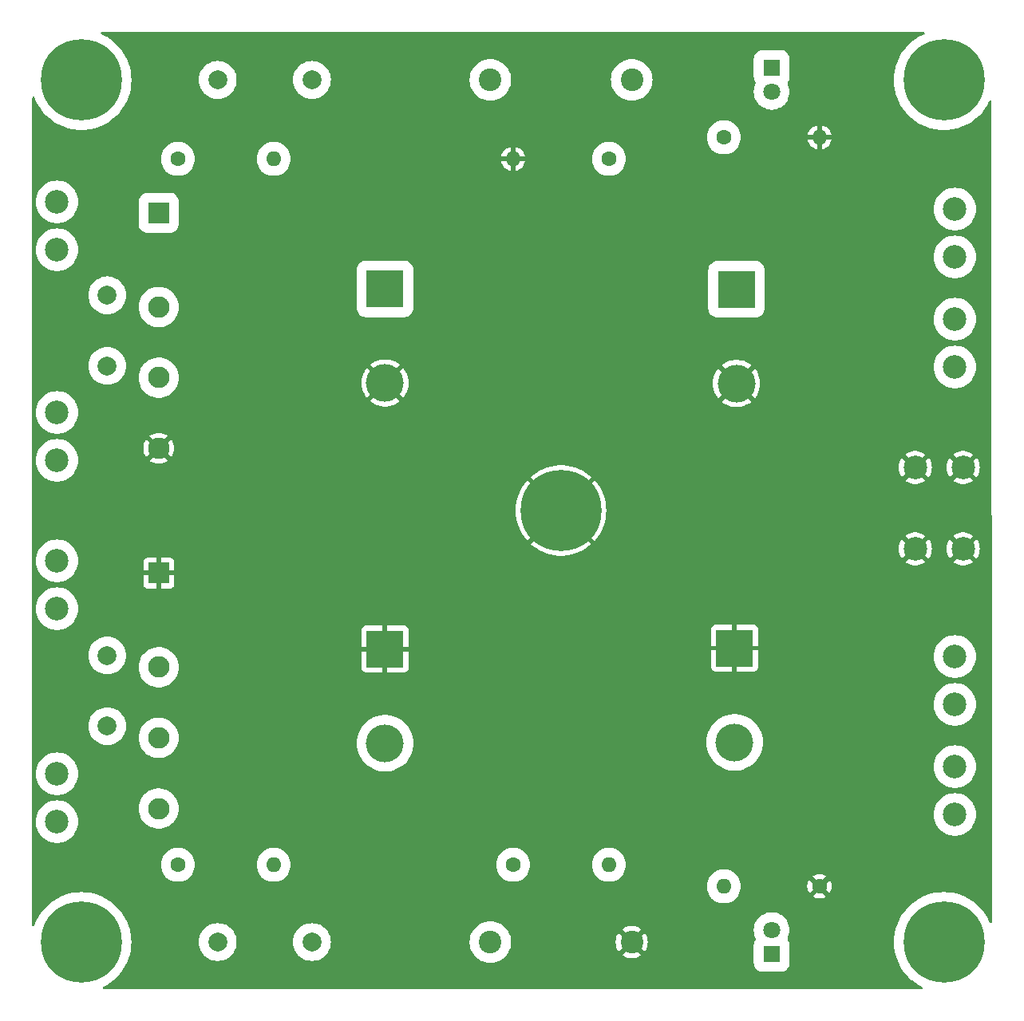
<source format=gbr>
%TF.GenerationSoftware,KiCad,Pcbnew,7.0.6-0*%
%TF.CreationDate,2023-08-21T15:57:03+02:00*%
%TF.ProjectId,Q17-PSU,5131372d-5053-4552-9e6b-696361645f70,1.0*%
%TF.SameCoordinates,Original*%
%TF.FileFunction,Copper,L2,Bot*%
%TF.FilePolarity,Positive*%
%FSLAX46Y46*%
G04 Gerber Fmt 4.6, Leading zero omitted, Abs format (unit mm)*
G04 Created by KiCad (PCBNEW 7.0.6-0) date 2023-08-21 15:57:03*
%MOMM*%
%LPD*%
G01*
G04 APERTURE LIST*
%TA.AperFunction,ComponentPad*%
%ADD10C,2.000000*%
%TD*%
%TA.AperFunction,ComponentPad*%
%ADD11R,2.270000X2.270000*%
%TD*%
%TA.AperFunction,ComponentPad*%
%ADD12C,2.270000*%
%TD*%
%TA.AperFunction,ComponentPad*%
%ADD13R,4.000000X4.000000*%
%TD*%
%TA.AperFunction,ComponentPad*%
%ADD14C,4.000000*%
%TD*%
%TA.AperFunction,ComponentPad*%
%ADD15C,2.500000*%
%TD*%
%TA.AperFunction,ComponentPad*%
%ADD16C,2.400000*%
%TD*%
%TA.AperFunction,ComponentPad*%
%ADD17C,0.900000*%
%TD*%
%TA.AperFunction,ComponentPad*%
%ADD18C,8.600000*%
%TD*%
%TA.AperFunction,ComponentPad*%
%ADD19C,1.600000*%
%TD*%
%TA.AperFunction,ComponentPad*%
%ADD20O,1.600000X1.600000*%
%TD*%
%TA.AperFunction,ComponentPad*%
%ADD21R,1.800000X1.800000*%
%TD*%
%TA.AperFunction,ComponentPad*%
%ADD22C,1.800000*%
%TD*%
G04 APERTURE END LIST*
D10*
%TO.P,C3,1*%
%TO.N,Net-(J1-1-Pin_1)*%
X127762000Y-45212000D03*
%TO.P,C3,2*%
%TO.N,Net-(C3-Pad2)*%
X117762000Y-45212000D03*
%TD*%
D11*
%TO.P,D2,1*%
%TO.N,GNDPWR*%
X111506000Y-97557440D03*
D12*
%TO.P,D2,2*%
%TO.N,Net-(J1-3-Pin_1)*%
X111506000Y-107557440D03*
%TO.P,D2,3*%
%TO.N,Net-(J1-4-Pin_1)*%
X111506000Y-115057440D03*
%TO.P,D2,4*%
%TO.N,Net-(D4-K)*%
X111506000Y-122557440D03*
%TD*%
D10*
%TO.P,C2,1*%
%TO.N,Net-(J1-3-Pin_1)*%
X106046280Y-106307440D03*
%TO.P,C2,2*%
%TO.N,Net-(J1-4-Pin_1)*%
X106046280Y-113807440D03*
%TD*%
D13*
%TO.P,C5,1*%
%TO.N,Net-(D3-A)*%
X135513301Y-67394442D03*
D14*
%TO.P,C5,2*%
%TO.N,GNDPWR*%
X135513301Y-77394442D03*
%TD*%
D15*
%TO.P,J1-3,1,Pin_1*%
%TO.N,Net-(J1-3-Pin_1)*%
X100712280Y-101346000D03*
X100712280Y-96266000D03*
%TD*%
D16*
%TO.P,C9,1*%
%TO.N,Net-(D3-A)*%
X146683581Y-45212000D03*
%TO.P,C9,2*%
%TO.N,Net-(C9-Pad2)*%
X161683581Y-45212000D03*
%TD*%
D15*
%TO.P,J1-4,1,Pin_1*%
%TO.N,Net-(J1-4-Pin_1)*%
X100712280Y-123952000D03*
X100712280Y-118872000D03*
%TD*%
D17*
%TO.P,#GROUND01,1*%
%TO.N,GNDPWR*%
X150953000Y-90926419D03*
X151897581Y-88646000D03*
X151897581Y-93206838D03*
X154178000Y-87701419D03*
D18*
X154178000Y-90926419D03*
D17*
X154178000Y-94151419D03*
X156458419Y-88646000D03*
X156458419Y-93206838D03*
X157403000Y-90926419D03*
%TD*%
D15*
%TO.P,J2-2'1,1,Pin_1*%
%TO.N,GNDPWR*%
X196850000Y-94996000D03*
X191770000Y-94996000D03*
%TD*%
D10*
%TO.P,C1,1*%
%TO.N,Net-(J1-1-Pin_1)*%
X106046280Y-68074941D03*
%TO.P,C1,2*%
%TO.N,Net-(J1-2-Pin_1)*%
X106046280Y-75574941D03*
%TD*%
D15*
%TO.P,J1-1,1,Pin_1*%
%TO.N,Net-(J1-1-Pin_1)*%
X100712280Y-63246000D03*
X100712280Y-58166000D03*
%TD*%
D17*
%TO.P,REF\u002A\u002A,1*%
%TO.N,N/C*%
X191569280Y-136729763D03*
X192513861Y-134449344D03*
X192513861Y-139010182D03*
X194794280Y-133504763D03*
D18*
X194794280Y-136729763D03*
D17*
X194794280Y-139954763D03*
X197074699Y-134449344D03*
X197074699Y-139010182D03*
X198019280Y-136729763D03*
%TD*%
D13*
%TO.P,C8,1*%
%TO.N,GNDPWR*%
X172597301Y-105532941D03*
D14*
%TO.P,C8,2*%
%TO.N,Net-(D4-K)*%
X172597301Y-115532941D03*
%TD*%
D19*
%TO.P,R2,1*%
%TO.N,Net-(C4-Pad2)*%
X113538000Y-128524000D03*
D20*
%TO.P,R2,2*%
%TO.N,Net-(J1-4-Pin_1)*%
X123698000Y-128524000D03*
%TD*%
D19*
%TO.P,R4,1*%
%TO.N,Net-(C10-Pad2)*%
X149103581Y-128524000D03*
D20*
%TO.P,R4,2*%
%TO.N,Net-(D4-K)*%
X159263581Y-128524000D03*
%TD*%
D21*
%TO.P,D4,1,K*%
%TO.N,Net-(D4-K)*%
X176530000Y-138004763D03*
D22*
%TO.P,D4,2,A*%
%TO.N,Net-(D4-A)*%
X176530000Y-135464763D03*
%TD*%
D15*
%TO.P,J2-1'1,1,Pin_1*%
%TO.N,Net-(D3-A)*%
X195962280Y-70612000D03*
X195962280Y-75692000D03*
%TD*%
%TO.P,J2-2,1,Pin_1*%
%TO.N,GNDPWR*%
X196850000Y-86360000D03*
X191770000Y-86360000D03*
%TD*%
%TO.P,J2-3,1,Pin_1*%
%TO.N,Net-(D4-K)*%
X195962280Y-106426000D03*
X195962280Y-111506000D03*
%TD*%
D10*
%TO.P,C4,1*%
%TO.N,Net-(J1-3-Pin_1)*%
X127762000Y-136729763D03*
%TO.P,C4,2*%
%TO.N,Net-(C4-Pad2)*%
X117762000Y-136729763D03*
%TD*%
D11*
%TO.P,D1,1*%
%TO.N,Net-(D3-A)*%
X111506000Y-59324941D03*
D12*
%TO.P,D1,2*%
%TO.N,Net-(J1-1-Pin_1)*%
X111506000Y-69324941D03*
%TO.P,D1,3*%
%TO.N,Net-(J1-2-Pin_1)*%
X111506000Y-76824941D03*
%TO.P,D1,4*%
%TO.N,GNDPWR*%
X111506000Y-84324941D03*
%TD*%
D15*
%TO.P,J1-2,1,Pin_1*%
%TO.N,Net-(J1-2-Pin_1)*%
X100712280Y-85598000D03*
X100712280Y-80518000D03*
%TD*%
D19*
%TO.P,R3,1*%
%TO.N,Net-(C9-Pad2)*%
X159263581Y-53594000D03*
D20*
%TO.P,R3,2*%
%TO.N,GNDPWR*%
X149103581Y-53594000D03*
%TD*%
D17*
%TO.P,REF\u002A\u002A,1*%
%TO.N,N/C*%
X191569280Y-45238963D03*
X192513861Y-42958544D03*
X192513861Y-47519382D03*
X194794280Y-42013963D03*
D18*
X194794280Y-45238963D03*
D17*
X194794280Y-48463963D03*
X197074699Y-42958544D03*
X197074699Y-47519382D03*
X198019280Y-45238963D03*
%TD*%
D13*
%TO.P,C6,1*%
%TO.N,GNDPWR*%
X135513301Y-105626941D03*
D14*
%TO.P,C6,2*%
%TO.N,Net-(D4-K)*%
X135513301Y-115626941D03*
%TD*%
D16*
%TO.P,C10,1*%
%TO.N,GNDPWR*%
X161683581Y-136729763D03*
%TO.P,C10,2*%
%TO.N,Net-(C10-Pad2)*%
X146683581Y-136729763D03*
%TD*%
D21*
%TO.P,D3,1,K*%
%TO.N,Net-(D3-K)*%
X176530000Y-43937000D03*
D22*
%TO.P,D3,2,A*%
%TO.N,Net-(D3-A)*%
X176530000Y-46477000D03*
%TD*%
D17*
%TO.P,REF\u002A\u002A,1*%
%TO.N,N/C*%
X100084061Y-45233382D03*
X101028642Y-42952963D03*
X101028642Y-47513801D03*
X103309061Y-42008382D03*
D18*
X103309061Y-45233382D03*
D17*
X103309061Y-48458382D03*
X105589480Y-42952963D03*
X105589480Y-47513801D03*
X106534061Y-45233382D03*
%TD*%
D19*
%TO.P,R1,1*%
%TO.N,Net-(C3-Pad2)*%
X113538000Y-53594000D03*
D20*
%TO.P,R1,2*%
%TO.N,Net-(J1-2-Pin_1)*%
X123698000Y-53594000D03*
%TD*%
D15*
%TO.P,J2-1,1,Pin_1*%
%TO.N,Net-(D3-A)*%
X195962280Y-58928000D03*
X195962280Y-64008000D03*
%TD*%
D19*
%TO.P,R5,1*%
%TO.N,Net-(D3-K)*%
X171450000Y-51308000D03*
D20*
%TO.P,R5,2*%
%TO.N,GNDPWR*%
X181610000Y-51308000D03*
%TD*%
D13*
%TO.P,C7,1*%
%TO.N,Net-(D3-A)*%
X172800501Y-67432941D03*
D14*
%TO.P,C7,2*%
%TO.N,GNDPWR*%
X172800501Y-77432941D03*
%TD*%
D15*
%TO.P,J2-4'1,1,Pin_1*%
%TO.N,Net-(D4-K)*%
X195962280Y-118110000D03*
X195962280Y-123190000D03*
%TD*%
D17*
%TO.P,REF\u002A\u002A,1*%
%TO.N,N/C*%
X100078480Y-136729763D03*
X101023061Y-134449344D03*
X101023061Y-139010182D03*
X103303480Y-133504763D03*
D18*
X103303480Y-136729763D03*
D17*
X103303480Y-139954763D03*
X105583899Y-134449344D03*
X105583899Y-139010182D03*
X106528480Y-136729763D03*
%TD*%
D19*
%TO.P,R6,1*%
%TO.N,GNDPWR*%
X181610000Y-130810000D03*
D20*
%TO.P,R6,2*%
%TO.N,Net-(D4-A)*%
X171450000Y-130810000D03*
%TD*%
%TA.AperFunction,Conductor*%
%TO.N,GNDPWR*%
G36*
X152603031Y-92397337D02*
G01*
X152817990Y-92598095D01*
X152842544Y-92615427D01*
X152192927Y-93265044D01*
X152201476Y-93234998D01*
X152191127Y-93123317D01*
X152141133Y-93022916D01*
X152058247Y-92947354D01*
X151953661Y-92906838D01*
X151869779Y-92906838D01*
X151838104Y-92912758D01*
X152491103Y-92259760D01*
X152603031Y-92397337D01*
G37*
%TD.AperFunction*%
%TA.AperFunction,Conductor*%
G36*
X156511972Y-92906838D02*
G01*
X156430617Y-92906838D01*
X156348169Y-92922250D01*
X156252809Y-92981295D01*
X156185218Y-93070800D01*
X156154524Y-93178678D01*
X156162471Y-93264444D01*
X155513455Y-92615427D01*
X155538010Y-92598095D01*
X155752969Y-92397337D01*
X155864895Y-92259761D01*
X156511972Y-92906838D01*
G37*
%TD.AperFunction*%
%TA.AperFunction,Conductor*%
G36*
X152842545Y-89237410D02*
G01*
X152817990Y-89254743D01*
X152603031Y-89455501D01*
X152491104Y-89593076D01*
X151844027Y-88946000D01*
X151925383Y-88946000D01*
X152007831Y-88930588D01*
X152103191Y-88871543D01*
X152170782Y-88782038D01*
X152201476Y-88674160D01*
X152193528Y-88588393D01*
X152842545Y-89237410D01*
G37*
%TD.AperFunction*%
%TA.AperFunction,Conductor*%
G36*
X156154524Y-88617840D02*
G01*
X156164873Y-88729521D01*
X156214867Y-88829922D01*
X156297753Y-88905484D01*
X156402339Y-88946000D01*
X156486221Y-88946000D01*
X156517889Y-88940080D01*
X155864894Y-89593075D01*
X155752969Y-89455501D01*
X155538010Y-89254743D01*
X155513453Y-89237409D01*
X156163074Y-88587788D01*
X156154524Y-88617840D01*
G37*
%TD.AperFunction*%
%TA.AperFunction,Conductor*%
G36*
X192701476Y-40157848D02*
G01*
X192747231Y-40210652D01*
X192757175Y-40279810D01*
X192728150Y-40343366D01*
X192681890Y-40376723D01*
X192552058Y-40430502D01*
X192141510Y-40644219D01*
X191751142Y-40892911D01*
X191383944Y-41174671D01*
X191383941Y-41174673D01*
X191383938Y-41174676D01*
X191042690Y-41487373D01*
X190735108Y-41823040D01*
X190729988Y-41828627D01*
X190562338Y-42047114D01*
X190448228Y-42195825D01*
X190199539Y-42586188D01*
X189985819Y-42996741D01*
X189808694Y-43424358D01*
X189751043Y-43607202D01*
X189669513Y-43865780D01*
X189569332Y-44317668D01*
X189562693Y-44368098D01*
X189508919Y-44776554D01*
X189488730Y-45238963D01*
X189508919Y-45701372D01*
X189518882Y-45777046D01*
X189569332Y-46160258D01*
X189669513Y-46612146D01*
X189751043Y-46870723D01*
X189808694Y-47053568D01*
X189985819Y-47481185D01*
X190199536Y-47891733D01*
X190448228Y-48282101D01*
X190725710Y-48643724D01*
X190729993Y-48649305D01*
X191042690Y-48990553D01*
X191383938Y-49303250D01*
X191383941Y-49303252D01*
X191383944Y-49303255D01*
X191702538Y-49547720D01*
X191751142Y-49585015D01*
X192132749Y-49828126D01*
X192141510Y-49833707D01*
X192141510Y-49833706D01*
X192552058Y-50047424D01*
X192979675Y-50224549D01*
X193162519Y-50282199D01*
X193421097Y-50363730D01*
X193872985Y-50463911D01*
X194090219Y-50492509D01*
X194331871Y-50524324D01*
X194794280Y-50544513D01*
X195256689Y-50524324D01*
X195498340Y-50492509D01*
X195715575Y-50463911D01*
X196167463Y-50363730D01*
X196426040Y-50282199D01*
X196608885Y-50224549D01*
X197036502Y-50047424D01*
X197447050Y-49833706D01*
X197447050Y-49833707D01*
X197455811Y-49828126D01*
X197837418Y-49585015D01*
X197886022Y-49547720D01*
X198204616Y-49303255D01*
X198204618Y-49303252D01*
X198204622Y-49303250D01*
X198545870Y-48990553D01*
X198858567Y-48649305D01*
X198862850Y-48643724D01*
X199140332Y-48282101D01*
X199389024Y-47891733D01*
X199602741Y-47481185D01*
X199615397Y-47450629D01*
X199659238Y-47396225D01*
X199725532Y-47374160D01*
X199793232Y-47391439D01*
X199840843Y-47442576D01*
X199853959Y-47498019D01*
X199897500Y-134575700D01*
X199877849Y-134642749D01*
X199825068Y-134688531D01*
X199755914Y-134698509D01*
X199692344Y-134669516D01*
X199658939Y-134623215D01*
X199649191Y-134599682D01*
X199602741Y-134487541D01*
X199389021Y-134076988D01*
X199140332Y-133686625D01*
X199101936Y-133636586D01*
X198858572Y-133319427D01*
X198545870Y-132978173D01*
X198545869Y-132978173D01*
X198204622Y-132665476D01*
X198204618Y-132665473D01*
X198204616Y-132665471D01*
X197837418Y-132383711D01*
X197447050Y-132135019D01*
X197036502Y-131921302D01*
X196608885Y-131744177D01*
X196426040Y-131686526D01*
X196167463Y-131604996D01*
X195715575Y-131504815D01*
X195498340Y-131476216D01*
X195256689Y-131444402D01*
X194794280Y-131424213D01*
X194331871Y-131444402D01*
X194090219Y-131476216D01*
X193872985Y-131504815D01*
X193421097Y-131604996D01*
X193162519Y-131686526D01*
X192979675Y-131744177D01*
X192552058Y-131921302D01*
X192141510Y-132135019D01*
X191751142Y-132383711D01*
X191383944Y-132665471D01*
X191383941Y-132665473D01*
X191383938Y-132665476D01*
X191042689Y-132978172D01*
X191042690Y-132978173D01*
X190729988Y-133319427D01*
X190486624Y-133636586D01*
X190448228Y-133686625D01*
X190199539Y-134076988D01*
X189985819Y-134487541D01*
X189808694Y-134915158D01*
X189768531Y-135042538D01*
X189669513Y-135356580D01*
X189589661Y-135716769D01*
X189569333Y-135808464D01*
X189508919Y-136267354D01*
X189488730Y-136729763D01*
X189508919Y-137192172D01*
X189523182Y-137300508D01*
X189569332Y-137651058D01*
X189669513Y-138102946D01*
X189728205Y-138289090D01*
X189808694Y-138544368D01*
X189985819Y-138971985D01*
X190199536Y-139382533D01*
X190448228Y-139772901D01*
X190543537Y-139897111D01*
X190729993Y-140140105D01*
X191042690Y-140481353D01*
X191383938Y-140794050D01*
X191383941Y-140794052D01*
X191383944Y-140794055D01*
X191402141Y-140808018D01*
X191751142Y-141075815D01*
X192084715Y-141288325D01*
X192141510Y-141324507D01*
X192141510Y-141324506D01*
X192259413Y-141385883D01*
X192474808Y-141498011D01*
X192525183Y-141546426D01*
X192541386Y-141614391D01*
X192518272Y-141680327D01*
X192463180Y-141723300D01*
X192417551Y-141732000D01*
X105680209Y-141732000D01*
X105613170Y-141712315D01*
X105567415Y-141659511D01*
X105557471Y-141590353D01*
X105586496Y-141526797D01*
X105622952Y-141498011D01*
X105838347Y-141385883D01*
X105956250Y-141324506D01*
X105956250Y-141324507D01*
X106013045Y-141288325D01*
X106346618Y-141075815D01*
X106695619Y-140808018D01*
X106713816Y-140794055D01*
X106713818Y-140794052D01*
X106713822Y-140794050D01*
X107055070Y-140481353D01*
X107367767Y-140140105D01*
X107554223Y-139897111D01*
X107649532Y-139772901D01*
X107898224Y-139382533D01*
X108111941Y-138971985D01*
X108289066Y-138544368D01*
X108369555Y-138289090D01*
X108428247Y-138102946D01*
X108528428Y-137651058D01*
X108574578Y-137300508D01*
X108588841Y-137192172D01*
X108609030Y-136729763D01*
X115756390Y-136729763D01*
X115776804Y-137015196D01*
X115837628Y-137294800D01*
X115837630Y-137294806D01*
X115837631Y-137294809D01*
X115902763Y-137469434D01*
X115937635Y-137562929D01*
X116074770Y-137814072D01*
X116074775Y-137814080D01*
X116246254Y-138043150D01*
X116246270Y-138043168D01*
X116448594Y-138245492D01*
X116448612Y-138245508D01*
X116677682Y-138416987D01*
X116677690Y-138416992D01*
X116928833Y-138554127D01*
X116928832Y-138554127D01*
X116928836Y-138554128D01*
X116928839Y-138554130D01*
X117196954Y-138654132D01*
X117196960Y-138654133D01*
X117196962Y-138654134D01*
X117476566Y-138714958D01*
X117476568Y-138714958D01*
X117476572Y-138714959D01*
X117730220Y-138733100D01*
X117761999Y-138735373D01*
X117762000Y-138735373D01*
X117762001Y-138735373D01*
X117790595Y-138733327D01*
X118047428Y-138714959D01*
X118327046Y-138654132D01*
X118595161Y-138554130D01*
X118846315Y-138416989D01*
X119075395Y-138245502D01*
X119277739Y-138043158D01*
X119449226Y-137814078D01*
X119586367Y-137562924D01*
X119686369Y-137294809D01*
X119747196Y-137015191D01*
X119767610Y-136729763D01*
X125756390Y-136729763D01*
X125776804Y-137015196D01*
X125837628Y-137294800D01*
X125837630Y-137294806D01*
X125837631Y-137294809D01*
X125902763Y-137469434D01*
X125937635Y-137562929D01*
X126074770Y-137814072D01*
X126074775Y-137814080D01*
X126246254Y-138043150D01*
X126246270Y-138043168D01*
X126448594Y-138245492D01*
X126448612Y-138245508D01*
X126677682Y-138416987D01*
X126677690Y-138416992D01*
X126928833Y-138554127D01*
X126928832Y-138554127D01*
X126928836Y-138554128D01*
X126928839Y-138554130D01*
X127196954Y-138654132D01*
X127196960Y-138654133D01*
X127196962Y-138654134D01*
X127476566Y-138714958D01*
X127476568Y-138714958D01*
X127476572Y-138714959D01*
X127730220Y-138733100D01*
X127761999Y-138735373D01*
X127762000Y-138735373D01*
X127762001Y-138735373D01*
X127790595Y-138733327D01*
X128047428Y-138714959D01*
X128327046Y-138654132D01*
X128595161Y-138554130D01*
X128846315Y-138416989D01*
X129075395Y-138245502D01*
X129277739Y-138043158D01*
X129449226Y-137814078D01*
X129586367Y-137562924D01*
X129686369Y-137294809D01*
X129747196Y-137015191D01*
X129767610Y-136729763D01*
X144478359Y-136729763D01*
X144491309Y-136927349D01*
X144497225Y-137017600D01*
X144497227Y-137017612D01*
X144553498Y-137300508D01*
X144553502Y-137300523D01*
X144646223Y-137573668D01*
X144773800Y-137832369D01*
X144773804Y-137832376D01*
X144934059Y-138072215D01*
X145124253Y-138289090D01*
X145341128Y-138479284D01*
X145540189Y-138612292D01*
X145580970Y-138639541D01*
X145839679Y-138767122D01*
X146112828Y-138859844D01*
X146395742Y-138916119D01*
X146683581Y-138934985D01*
X146971420Y-138916119D01*
X147254334Y-138859844D01*
X147527483Y-138767122D01*
X147786192Y-138639541D01*
X148026035Y-138479283D01*
X148242908Y-138289090D01*
X148433101Y-138072217D01*
X148593359Y-137832374D01*
X148720940Y-137573665D01*
X148813662Y-137300516D01*
X148869937Y-137017602D01*
X148888803Y-136729763D01*
X159978814Y-136729763D01*
X159997854Y-136983842D01*
X160054549Y-137232240D01*
X160054554Y-137232257D01*
X160147639Y-137469434D01*
X160147638Y-137469434D01*
X160275038Y-137690095D01*
X160317033Y-137742756D01*
X160317034Y-137742756D01*
X161120807Y-136938982D01*
X161159482Y-137032351D01*
X161255656Y-137157688D01*
X161380993Y-137253862D01*
X161474360Y-137292535D01*
X160670394Y-138096500D01*
X160831204Y-138206138D01*
X160831205Y-138206139D01*
X161060757Y-138316684D01*
X161060755Y-138316684D01*
X161304233Y-138391787D01*
X161304239Y-138391789D01*
X161556176Y-138429762D01*
X161556185Y-138429763D01*
X161810977Y-138429763D01*
X161810985Y-138429762D01*
X162062922Y-138391789D01*
X162062928Y-138391787D01*
X162306405Y-138316684D01*
X162535962Y-138206136D01*
X162696766Y-138096500D01*
X161892801Y-137292535D01*
X161986169Y-137253862D01*
X162111506Y-137157688D01*
X162207680Y-137032352D01*
X162246353Y-136938983D01*
X163050126Y-137742756D01*
X163092126Y-137690090D01*
X163219522Y-137469434D01*
X163312607Y-137232257D01*
X163312612Y-137232240D01*
X163369307Y-136983842D01*
X163388348Y-136729763D01*
X163388348Y-136729758D01*
X163369307Y-136475683D01*
X163312612Y-136227285D01*
X163312607Y-136227268D01*
X163219522Y-135990091D01*
X163219523Y-135990091D01*
X163092125Y-135769434D01*
X163050126Y-135716768D01*
X162246353Y-136520541D01*
X162207680Y-136427175D01*
X162111506Y-136301838D01*
X161986169Y-136205664D01*
X161892801Y-136166990D01*
X162595026Y-135464764D01*
X174624645Y-135464764D01*
X174644039Y-135735923D01*
X174644040Y-135735930D01*
X174678991Y-135896596D01*
X174701825Y-136001564D01*
X174777951Y-136205664D01*
X174796830Y-136256281D01*
X174850756Y-136355038D01*
X174865608Y-136423311D01*
X174841191Y-136488775D01*
X174838027Y-136492825D01*
X174790303Y-136551354D01*
X174696089Y-136731717D01*
X174640114Y-136927346D01*
X174640113Y-136927349D01*
X174629500Y-137046728D01*
X174629500Y-137046729D01*
X174629501Y-138962795D01*
X174629501Y-138962796D01*
X174640113Y-139082178D01*
X174696089Y-139277808D01*
X174696090Y-139277811D01*
X174696091Y-139277812D01*
X174790302Y-139458170D01*
X174790304Y-139458172D01*
X174918890Y-139615872D01*
X175012803Y-139692447D01*
X175076593Y-139744461D01*
X175256951Y-139838672D01*
X175452582Y-139894649D01*
X175571963Y-139905263D01*
X175571964Y-139905262D01*
X175571965Y-139905263D01*
X175571966Y-139905263D01*
X176394825Y-139905262D01*
X177488036Y-139905262D01*
X177607418Y-139894649D01*
X177803049Y-139838672D01*
X177983407Y-139744461D01*
X178141109Y-139615872D01*
X178269698Y-139458170D01*
X178363909Y-139277812D01*
X178419886Y-139082181D01*
X178430500Y-138962800D01*
X178430499Y-137046727D01*
X178419886Y-136927345D01*
X178363909Y-136731714D01*
X178269698Y-136551356D01*
X178221973Y-136492826D01*
X178194864Y-136428429D01*
X178206873Y-136359600D01*
X178209243Y-136355038D01*
X178263172Y-136256276D01*
X178358175Y-136001564D01*
X178415961Y-135735923D01*
X178435355Y-135464763D01*
X178415961Y-135193603D01*
X178358175Y-134927962D01*
X178263172Y-134673250D01*
X178263170Y-134673247D01*
X178263169Y-134673243D01*
X178132890Y-134434655D01*
X178132889Y-134434654D01*
X178132887Y-134434650D01*
X177969971Y-134217021D01*
X177969966Y-134217016D01*
X177969961Y-134217010D01*
X177777752Y-134024801D01*
X177777746Y-134024796D01*
X177777742Y-134024792D01*
X177560113Y-133861876D01*
X177560108Y-133861873D01*
X177560107Y-133861872D01*
X177321518Y-133731593D01*
X177321519Y-133731593D01*
X177271920Y-133713093D01*
X177066801Y-133636588D01*
X177066794Y-133636586D01*
X177066793Y-133636586D01*
X176801167Y-133578803D01*
X176801160Y-133578802D01*
X176530001Y-133559408D01*
X176529999Y-133559408D01*
X176258839Y-133578802D01*
X176258832Y-133578803D01*
X175993206Y-133636586D01*
X175993202Y-133636587D01*
X175993199Y-133636588D01*
X175865843Y-133684089D01*
X175738480Y-133731593D01*
X175499892Y-133861872D01*
X175499891Y-133861873D01*
X175282259Y-134024791D01*
X175282247Y-134024801D01*
X175090038Y-134217010D01*
X175090028Y-134217022D01*
X174927110Y-134434654D01*
X174927109Y-134434655D01*
X174796830Y-134673243D01*
X174777842Y-134724153D01*
X174701825Y-134927962D01*
X174701824Y-134927965D01*
X174701823Y-134927969D01*
X174644040Y-135193595D01*
X174644039Y-135193602D01*
X174624645Y-135464761D01*
X174624645Y-135464764D01*
X162595026Y-135464764D01*
X162696766Y-135363024D01*
X162535958Y-135253387D01*
X162535957Y-135253386D01*
X162306404Y-135142841D01*
X162306406Y-135142841D01*
X162062928Y-135067738D01*
X162062922Y-135067736D01*
X161810985Y-135029763D01*
X161556176Y-135029763D01*
X161304239Y-135067736D01*
X161304233Y-135067738D01*
X161060756Y-135142841D01*
X160831205Y-135253386D01*
X160831197Y-135253391D01*
X160670394Y-135363024D01*
X161474360Y-136166990D01*
X161380993Y-136205664D01*
X161255656Y-136301838D01*
X161159482Y-136427174D01*
X161120807Y-136520542D01*
X160317034Y-135716769D01*
X160275036Y-135769433D01*
X160147639Y-135990091D01*
X160054554Y-136227268D01*
X160054549Y-136227285D01*
X159997854Y-136475683D01*
X159978814Y-136729758D01*
X159978814Y-136729763D01*
X148888803Y-136729763D01*
X148869937Y-136441924D01*
X148813662Y-136159010D01*
X148720940Y-135885861D01*
X148593359Y-135627152D01*
X148484853Y-135464761D01*
X148433102Y-135387310D01*
X148242908Y-135170435D01*
X148026033Y-134980241D01*
X147786194Y-134819986D01*
X147786187Y-134819982D01*
X147527486Y-134692405D01*
X147254341Y-134599684D01*
X147254335Y-134599682D01*
X147254334Y-134599682D01*
X147254332Y-134599681D01*
X147254326Y-134599680D01*
X146971430Y-134543409D01*
X146971420Y-134543407D01*
X146683581Y-134524541D01*
X146395742Y-134543407D01*
X146395736Y-134543408D01*
X146395731Y-134543409D01*
X146112835Y-134599680D01*
X146112820Y-134599684D01*
X145839675Y-134692405D01*
X145580974Y-134819982D01*
X145580967Y-134819986D01*
X145341128Y-134980241D01*
X145124253Y-135170435D01*
X144934059Y-135387310D01*
X144773804Y-135627149D01*
X144773800Y-135627156D01*
X144646223Y-135885857D01*
X144553502Y-136159002D01*
X144553498Y-136159017D01*
X144513600Y-136359600D01*
X144497225Y-136441924D01*
X144478359Y-136729763D01*
X129767610Y-136729763D01*
X129747196Y-136444335D01*
X129732376Y-136376210D01*
X129686371Y-136164725D01*
X129686370Y-136164723D01*
X129686369Y-136164717D01*
X129586367Y-135896602D01*
X129498629Y-135735923D01*
X129449229Y-135645453D01*
X129449224Y-135645445D01*
X129277745Y-135416375D01*
X129277729Y-135416357D01*
X129075405Y-135214033D01*
X129075387Y-135214017D01*
X128846317Y-135042538D01*
X128846309Y-135042533D01*
X128595166Y-134905398D01*
X128595167Y-134905398D01*
X128487915Y-134865395D01*
X128327046Y-134805394D01*
X128327043Y-134805393D01*
X128327037Y-134805391D01*
X128047433Y-134744567D01*
X127762001Y-134724153D01*
X127761999Y-134724153D01*
X127476566Y-134744567D01*
X127196962Y-134805391D01*
X126928833Y-134905398D01*
X126677690Y-135042533D01*
X126677682Y-135042538D01*
X126448612Y-135214017D01*
X126448594Y-135214033D01*
X126246270Y-135416357D01*
X126246254Y-135416375D01*
X126074775Y-135645445D01*
X126074770Y-135645453D01*
X125937635Y-135896596D01*
X125837628Y-136164725D01*
X125776804Y-136444329D01*
X125756390Y-136729761D01*
X125756390Y-136729763D01*
X119767610Y-136729763D01*
X119747196Y-136444335D01*
X119732376Y-136376210D01*
X119686371Y-136164725D01*
X119686370Y-136164723D01*
X119686369Y-136164717D01*
X119586367Y-135896602D01*
X119498629Y-135735923D01*
X119449229Y-135645453D01*
X119449224Y-135645445D01*
X119277745Y-135416375D01*
X119277729Y-135416357D01*
X119075405Y-135214033D01*
X119075387Y-135214017D01*
X118846317Y-135042538D01*
X118846309Y-135042533D01*
X118595166Y-134905398D01*
X118595167Y-134905398D01*
X118487914Y-134865395D01*
X118327046Y-134805394D01*
X118327043Y-134805393D01*
X118327037Y-134805391D01*
X118047433Y-134744567D01*
X117762001Y-134724153D01*
X117761999Y-134724153D01*
X117476566Y-134744567D01*
X117196962Y-134805391D01*
X116928833Y-134905398D01*
X116677690Y-135042533D01*
X116677682Y-135042538D01*
X116448612Y-135214017D01*
X116448594Y-135214033D01*
X116246270Y-135416357D01*
X116246254Y-135416375D01*
X116074775Y-135645445D01*
X116074770Y-135645453D01*
X115937635Y-135896596D01*
X115837628Y-136164725D01*
X115776804Y-136444329D01*
X115756390Y-136729761D01*
X115756390Y-136729763D01*
X108609030Y-136729763D01*
X108588841Y-136267354D01*
X108528427Y-135808464D01*
X108508099Y-135716769D01*
X108428247Y-135356580D01*
X108329229Y-135042538D01*
X108289066Y-134915158D01*
X108111941Y-134487541D01*
X107898221Y-134076988D01*
X107649532Y-133686625D01*
X107611136Y-133636586D01*
X107367772Y-133319427D01*
X107055070Y-132978173D01*
X106713822Y-132665476D01*
X106713818Y-132665473D01*
X106713816Y-132665471D01*
X106346618Y-132383711D01*
X105956250Y-132135019D01*
X105545702Y-131921302D01*
X105118085Y-131744177D01*
X104935240Y-131686526D01*
X104676663Y-131604996D01*
X104224775Y-131504815D01*
X104007540Y-131476216D01*
X103765889Y-131444402D01*
X103303480Y-131424213D01*
X102841071Y-131444402D01*
X102599419Y-131476216D01*
X102382185Y-131504815D01*
X101930297Y-131604996D01*
X101671719Y-131686526D01*
X101488875Y-131744177D01*
X101061258Y-131921302D01*
X100650710Y-132135019D01*
X100260342Y-132383711D01*
X99893144Y-132665471D01*
X99893141Y-132665473D01*
X99893138Y-132665476D01*
X99551889Y-132978173D01*
X99551890Y-132978173D01*
X99239188Y-133319427D01*
X98995824Y-133636586D01*
X98957428Y-133686625D01*
X98708739Y-134076988D01*
X98495019Y-134487541D01*
X98317894Y-134915158D01*
X98317893Y-134915160D01*
X98307998Y-134946545D01*
X98297374Y-134980241D01*
X98296241Y-134983833D01*
X98257308Y-135041850D01*
X98193189Y-135069609D01*
X98124241Y-135058295D01*
X98072355Y-135011502D01*
X98053980Y-134946545D01*
X98053980Y-130810004D01*
X169644451Y-130810004D01*
X169664616Y-131079101D01*
X169705067Y-131256326D01*
X169724666Y-131342195D01*
X169823257Y-131593398D01*
X169958185Y-131827102D01*
X170033308Y-131921303D01*
X170126442Y-132038089D01*
X170230909Y-132135019D01*
X170324259Y-132221635D01*
X170547226Y-132373651D01*
X170790359Y-132490738D01*
X171048228Y-132570280D01*
X171048229Y-132570280D01*
X171048232Y-132570281D01*
X171315063Y-132610499D01*
X171315068Y-132610499D01*
X171315071Y-132610500D01*
X171315072Y-132610500D01*
X171584928Y-132610500D01*
X171584929Y-132610500D01*
X171584936Y-132610499D01*
X171851767Y-132570281D01*
X171851768Y-132570280D01*
X171851772Y-132570280D01*
X172109641Y-132490738D01*
X172352775Y-132373651D01*
X172575741Y-132221635D01*
X172773561Y-132038085D01*
X172941815Y-131827102D01*
X173076743Y-131593398D01*
X173175334Y-131342195D01*
X173235383Y-131079103D01*
X173255549Y-130810002D01*
X180305034Y-130810002D01*
X180324858Y-131036599D01*
X180324860Y-131036610D01*
X180383730Y-131256317D01*
X180383734Y-131256326D01*
X180479865Y-131462481D01*
X180479866Y-131462483D01*
X180530973Y-131535471D01*
X180530974Y-131535472D01*
X181212046Y-130854399D01*
X181224835Y-130935148D01*
X181282359Y-131048045D01*
X181371955Y-131137641D01*
X181484852Y-131195165D01*
X181565599Y-131207953D01*
X180884526Y-131889025D01*
X180884526Y-131889026D01*
X180957512Y-131940131D01*
X180957516Y-131940133D01*
X181163673Y-132036265D01*
X181163682Y-132036269D01*
X181383389Y-132095139D01*
X181383400Y-132095141D01*
X181609998Y-132114966D01*
X181610002Y-132114966D01*
X181836599Y-132095141D01*
X181836610Y-132095139D01*
X182056317Y-132036269D01*
X182056331Y-132036264D01*
X182262478Y-131940136D01*
X182335472Y-131889025D01*
X181654401Y-131207953D01*
X181735148Y-131195165D01*
X181848045Y-131137641D01*
X181937641Y-131048045D01*
X181995165Y-130935148D01*
X182007953Y-130854400D01*
X182689025Y-131535472D01*
X182740136Y-131462478D01*
X182836264Y-131256331D01*
X182836269Y-131256317D01*
X182895139Y-131036610D01*
X182895141Y-131036599D01*
X182914966Y-130810002D01*
X182914966Y-130809997D01*
X182895141Y-130583400D01*
X182895139Y-130583389D01*
X182836269Y-130363682D01*
X182836265Y-130363673D01*
X182740133Y-130157516D01*
X182740131Y-130157512D01*
X182689026Y-130084526D01*
X182689025Y-130084526D01*
X182007953Y-130765598D01*
X181995165Y-130684852D01*
X181937641Y-130571955D01*
X181848045Y-130482359D01*
X181735148Y-130424835D01*
X181654400Y-130412046D01*
X182335472Y-129730974D01*
X182335471Y-129730973D01*
X182262483Y-129679866D01*
X182262481Y-129679865D01*
X182056326Y-129583734D01*
X182056317Y-129583730D01*
X181836610Y-129524860D01*
X181836599Y-129524858D01*
X181610002Y-129505034D01*
X181609998Y-129505034D01*
X181383400Y-129524858D01*
X181383389Y-129524860D01*
X181163682Y-129583730D01*
X181163673Y-129583734D01*
X180957513Y-129679868D01*
X180884527Y-129730972D01*
X180884526Y-129730973D01*
X181565600Y-130412046D01*
X181484852Y-130424835D01*
X181371955Y-130482359D01*
X181282359Y-130571955D01*
X181224835Y-130684852D01*
X181212046Y-130765599D01*
X180530973Y-130084526D01*
X180530972Y-130084527D01*
X180479868Y-130157513D01*
X180383734Y-130363673D01*
X180383730Y-130363682D01*
X180324860Y-130583389D01*
X180324858Y-130583400D01*
X180305034Y-130809997D01*
X180305034Y-130810002D01*
X173255549Y-130810002D01*
X173255549Y-130810000D01*
X173235383Y-130540897D01*
X173175334Y-130277805D01*
X173076743Y-130026602D01*
X172941815Y-129792898D01*
X172773561Y-129581915D01*
X172773560Y-129581914D01*
X172773557Y-129581910D01*
X172575741Y-129398365D01*
X172352775Y-129246349D01*
X172352769Y-129246346D01*
X172352768Y-129246345D01*
X172352767Y-129246344D01*
X172109643Y-129129263D01*
X172109645Y-129129263D01*
X171851773Y-129049720D01*
X171851767Y-129049718D01*
X171584936Y-129009500D01*
X171584929Y-129009500D01*
X171315071Y-129009500D01*
X171315063Y-129009500D01*
X171048232Y-129049718D01*
X171048226Y-129049720D01*
X170790358Y-129129262D01*
X170547230Y-129246346D01*
X170324258Y-129398365D01*
X170126442Y-129581910D01*
X169958185Y-129792898D01*
X169823258Y-130026599D01*
X169823256Y-130026603D01*
X169724666Y-130277804D01*
X169724664Y-130277811D01*
X169664616Y-130540898D01*
X169644451Y-130809995D01*
X169644451Y-130810004D01*
X98053980Y-130810004D01*
X98053980Y-128524004D01*
X111732451Y-128524004D01*
X111752616Y-128793101D01*
X111812664Y-129056188D01*
X111812666Y-129056195D01*
X111887295Y-129246346D01*
X111911257Y-129307398D01*
X112046185Y-129541102D01*
X112156845Y-129679865D01*
X112214442Y-129752089D01*
X112401183Y-129925358D01*
X112412259Y-129935635D01*
X112635226Y-130087651D01*
X112878359Y-130204738D01*
X113136228Y-130284280D01*
X113136229Y-130284280D01*
X113136232Y-130284281D01*
X113403063Y-130324499D01*
X113403068Y-130324499D01*
X113403071Y-130324500D01*
X113403072Y-130324500D01*
X113672928Y-130324500D01*
X113672929Y-130324500D01*
X113672936Y-130324499D01*
X113939767Y-130284281D01*
X113939768Y-130284280D01*
X113939772Y-130284280D01*
X114197641Y-130204738D01*
X114440775Y-130087651D01*
X114663741Y-129935635D01*
X114861561Y-129752085D01*
X115029815Y-129541102D01*
X115164743Y-129307398D01*
X115263334Y-129056195D01*
X115323383Y-128793103D01*
X115343549Y-128524004D01*
X121892451Y-128524004D01*
X121912616Y-128793101D01*
X121972664Y-129056188D01*
X121972666Y-129056195D01*
X122047295Y-129246346D01*
X122071257Y-129307398D01*
X122206185Y-129541102D01*
X122316845Y-129679865D01*
X122374442Y-129752089D01*
X122561183Y-129925358D01*
X122572259Y-129935635D01*
X122795226Y-130087651D01*
X123038359Y-130204738D01*
X123296228Y-130284280D01*
X123296229Y-130284280D01*
X123296232Y-130284281D01*
X123563063Y-130324499D01*
X123563068Y-130324499D01*
X123563071Y-130324500D01*
X123563072Y-130324500D01*
X123832928Y-130324500D01*
X123832929Y-130324500D01*
X123832936Y-130324499D01*
X124099767Y-130284281D01*
X124099768Y-130284280D01*
X124099772Y-130284280D01*
X124357641Y-130204738D01*
X124600775Y-130087651D01*
X124823741Y-129935635D01*
X125021561Y-129752085D01*
X125189815Y-129541102D01*
X125324743Y-129307398D01*
X125423334Y-129056195D01*
X125483383Y-128793103D01*
X125503549Y-128524004D01*
X147298032Y-128524004D01*
X147318197Y-128793101D01*
X147378245Y-129056188D01*
X147378247Y-129056195D01*
X147452876Y-129246346D01*
X147476838Y-129307398D01*
X147611766Y-129541102D01*
X147722426Y-129679865D01*
X147780023Y-129752089D01*
X147966764Y-129925358D01*
X147977840Y-129935635D01*
X148200807Y-130087651D01*
X148443940Y-130204738D01*
X148701809Y-130284280D01*
X148701810Y-130284280D01*
X148701813Y-130284281D01*
X148968644Y-130324499D01*
X148968649Y-130324499D01*
X148968652Y-130324500D01*
X148968653Y-130324500D01*
X149238509Y-130324500D01*
X149238510Y-130324500D01*
X149238517Y-130324499D01*
X149505348Y-130284281D01*
X149505349Y-130284280D01*
X149505353Y-130284280D01*
X149763222Y-130204738D01*
X150006356Y-130087651D01*
X150229322Y-129935635D01*
X150427142Y-129752085D01*
X150595396Y-129541102D01*
X150730324Y-129307398D01*
X150828915Y-129056195D01*
X150888964Y-128793103D01*
X150909130Y-128524004D01*
X157458032Y-128524004D01*
X157478197Y-128793101D01*
X157538245Y-129056188D01*
X157538247Y-129056195D01*
X157612876Y-129246346D01*
X157636838Y-129307398D01*
X157771766Y-129541102D01*
X157882426Y-129679865D01*
X157940023Y-129752089D01*
X158126764Y-129925358D01*
X158137840Y-129935635D01*
X158360807Y-130087651D01*
X158603940Y-130204738D01*
X158861809Y-130284280D01*
X158861810Y-130284280D01*
X158861813Y-130284281D01*
X159128644Y-130324499D01*
X159128649Y-130324499D01*
X159128652Y-130324500D01*
X159128653Y-130324500D01*
X159398509Y-130324500D01*
X159398510Y-130324500D01*
X159398517Y-130324499D01*
X159665348Y-130284281D01*
X159665349Y-130284280D01*
X159665353Y-130284280D01*
X159923222Y-130204738D01*
X160166356Y-130087651D01*
X160389322Y-129935635D01*
X160587142Y-129752085D01*
X160755396Y-129541102D01*
X160890324Y-129307398D01*
X160988915Y-129056195D01*
X161048964Y-128793103D01*
X161069130Y-128524000D01*
X161048964Y-128254897D01*
X160988915Y-127991805D01*
X160890324Y-127740602D01*
X160755396Y-127506898D01*
X160587142Y-127295915D01*
X160587141Y-127295914D01*
X160587138Y-127295910D01*
X160389322Y-127112365D01*
X160166356Y-126960349D01*
X160166350Y-126960346D01*
X160166349Y-126960345D01*
X160166348Y-126960344D01*
X159923224Y-126843263D01*
X159923226Y-126843263D01*
X159665354Y-126763720D01*
X159665348Y-126763718D01*
X159398517Y-126723500D01*
X159398510Y-126723500D01*
X159128652Y-126723500D01*
X159128644Y-126723500D01*
X158861813Y-126763718D01*
X158861807Y-126763720D01*
X158603939Y-126843262D01*
X158360811Y-126960346D01*
X158137839Y-127112365D01*
X157940023Y-127295910D01*
X157771766Y-127506898D01*
X157636839Y-127740599D01*
X157636837Y-127740603D01*
X157538247Y-127991804D01*
X157538245Y-127991811D01*
X157478197Y-128254898D01*
X157458032Y-128523995D01*
X157458032Y-128524004D01*
X150909130Y-128524004D01*
X150909130Y-128524000D01*
X150888964Y-128254897D01*
X150828915Y-127991805D01*
X150730324Y-127740602D01*
X150595396Y-127506898D01*
X150427142Y-127295915D01*
X150427141Y-127295914D01*
X150427138Y-127295910D01*
X150229322Y-127112365D01*
X150229321Y-127112365D01*
X150006356Y-126960349D01*
X150006350Y-126960346D01*
X150006349Y-126960345D01*
X150006348Y-126960344D01*
X149763224Y-126843263D01*
X149763226Y-126843263D01*
X149505354Y-126763720D01*
X149505348Y-126763718D01*
X149238517Y-126723500D01*
X149238510Y-126723500D01*
X148968652Y-126723500D01*
X148968644Y-126723500D01*
X148701813Y-126763718D01*
X148701807Y-126763720D01*
X148443939Y-126843262D01*
X148200811Y-126960346D01*
X147977839Y-127112365D01*
X147780023Y-127295910D01*
X147611766Y-127506898D01*
X147476839Y-127740599D01*
X147476837Y-127740603D01*
X147378247Y-127991804D01*
X147378245Y-127991811D01*
X147318197Y-128254898D01*
X147298032Y-128523995D01*
X147298032Y-128524004D01*
X125503549Y-128524004D01*
X125503549Y-128524000D01*
X125483383Y-128254897D01*
X125423334Y-127991805D01*
X125324743Y-127740602D01*
X125189815Y-127506898D01*
X125021561Y-127295915D01*
X125021560Y-127295914D01*
X125021557Y-127295910D01*
X124823741Y-127112365D01*
X124823740Y-127112365D01*
X124600775Y-126960349D01*
X124600769Y-126960346D01*
X124600768Y-126960345D01*
X124600767Y-126960344D01*
X124357643Y-126843263D01*
X124357645Y-126843263D01*
X124099773Y-126763720D01*
X124099767Y-126763718D01*
X123832936Y-126723500D01*
X123832929Y-126723500D01*
X123563071Y-126723500D01*
X123563063Y-126723500D01*
X123296232Y-126763718D01*
X123296226Y-126763720D01*
X123038358Y-126843262D01*
X122795230Y-126960346D01*
X122572258Y-127112365D01*
X122374442Y-127295910D01*
X122206185Y-127506898D01*
X122071258Y-127740599D01*
X122071256Y-127740603D01*
X121972666Y-127991804D01*
X121972664Y-127991811D01*
X121912616Y-128254898D01*
X121892451Y-128523995D01*
X121892451Y-128524004D01*
X115343549Y-128524004D01*
X115343549Y-128524000D01*
X115323383Y-128254897D01*
X115263334Y-127991805D01*
X115164743Y-127740602D01*
X115029815Y-127506898D01*
X114861561Y-127295915D01*
X114861560Y-127295914D01*
X114861557Y-127295910D01*
X114663741Y-127112365D01*
X114440775Y-126960349D01*
X114440769Y-126960346D01*
X114440768Y-126960345D01*
X114440767Y-126960344D01*
X114197643Y-126843263D01*
X114197645Y-126843263D01*
X113939773Y-126763720D01*
X113939767Y-126763718D01*
X113672936Y-126723500D01*
X113672929Y-126723500D01*
X113403071Y-126723500D01*
X113403063Y-126723500D01*
X113136232Y-126763718D01*
X113136226Y-126763720D01*
X112878358Y-126843262D01*
X112635230Y-126960346D01*
X112412258Y-127112365D01*
X112214442Y-127295910D01*
X112046185Y-127506898D01*
X111911258Y-127740599D01*
X111911256Y-127740603D01*
X111812666Y-127991804D01*
X111812664Y-127991811D01*
X111752616Y-128254898D01*
X111732451Y-128523995D01*
X111732451Y-128524004D01*
X98053980Y-128524004D01*
X98053980Y-123952007D01*
X98456951Y-123952007D01*
X98476244Y-124246363D01*
X98476245Y-124246373D01*
X98476246Y-124246380D01*
X98518329Y-124457950D01*
X98533798Y-124535716D01*
X98533801Y-124535730D01*
X98628629Y-124815080D01*
X98759105Y-125079660D01*
X98759109Y-125079667D01*
X98923005Y-125324955D01*
X99117521Y-125546758D01*
X99339323Y-125741273D01*
X99584615Y-125905172D01*
X99849203Y-126035652D01*
X100128558Y-126130481D01*
X100417900Y-126188034D01*
X100446168Y-126189886D01*
X100712273Y-126207329D01*
X100712280Y-126207329D01*
X100712287Y-126207329D01*
X100947954Y-126191881D01*
X101006660Y-126188034D01*
X101296002Y-126130481D01*
X101575357Y-126035652D01*
X101839945Y-125905172D01*
X102085237Y-125741273D01*
X102307038Y-125546758D01*
X102501553Y-125324957D01*
X102665452Y-125079665D01*
X102795932Y-124815077D01*
X102890761Y-124535722D01*
X102948314Y-124246380D01*
X102956480Y-124121793D01*
X102967609Y-123952007D01*
X102967609Y-123951992D01*
X102948315Y-123657636D01*
X102948314Y-123657620D01*
X102890761Y-123368278D01*
X102795932Y-123088923D01*
X102665452Y-122824336D01*
X102501553Y-122579043D01*
X102482607Y-122557440D01*
X109365510Y-122557440D01*
X109385446Y-122848897D01*
X109444884Y-123134936D01*
X109444886Y-123134941D01*
X109542714Y-123410205D01*
X109542715Y-123410207D01*
X109542716Y-123410210D01*
X109542718Y-123410214D01*
X109677124Y-123669604D01*
X109845598Y-123908277D01*
X110045002Y-124121787D01*
X110271622Y-124306156D01*
X110271624Y-124306157D01*
X110271625Y-124306158D01*
X110521236Y-124457950D01*
X110700273Y-124535716D01*
X110789194Y-124574340D01*
X111070504Y-124653160D01*
X111324954Y-124688132D01*
X111359927Y-124692940D01*
X111359928Y-124692940D01*
X111652073Y-124692940D01*
X111683275Y-124688651D01*
X111941496Y-124653160D01*
X112222806Y-124574340D01*
X112490765Y-124457949D01*
X112740378Y-124306156D01*
X112966998Y-124121787D01*
X113166402Y-123908277D01*
X113334876Y-123669604D01*
X113469282Y-123410214D01*
X113547543Y-123190007D01*
X193706951Y-123190007D01*
X193726244Y-123484363D01*
X193726245Y-123484373D01*
X193726246Y-123484380D01*
X193726248Y-123484390D01*
X193783798Y-123773716D01*
X193783801Y-123773730D01*
X193878629Y-124053080D01*
X194009105Y-124317660D01*
X194009109Y-124317667D01*
X194173005Y-124562955D01*
X194367521Y-124784758D01*
X194589324Y-124979274D01*
X194739570Y-125079665D01*
X194834615Y-125143172D01*
X195099203Y-125273652D01*
X195378558Y-125368481D01*
X195667900Y-125426034D01*
X195696168Y-125427886D01*
X195962273Y-125445329D01*
X195962280Y-125445329D01*
X195962287Y-125445329D01*
X196197955Y-125429881D01*
X196256660Y-125426034D01*
X196546002Y-125368481D01*
X196825357Y-125273652D01*
X197089945Y-125143172D01*
X197335237Y-124979273D01*
X197557038Y-124784758D01*
X197751553Y-124562957D01*
X197915452Y-124317665D01*
X198045932Y-124053077D01*
X198140761Y-123773722D01*
X198198314Y-123484380D01*
X198205924Y-123368278D01*
X198217609Y-123190007D01*
X198217609Y-123189992D01*
X198198315Y-122895636D01*
X198198314Y-122895620D01*
X198140761Y-122606278D01*
X198045932Y-122326923D01*
X197915452Y-122062336D01*
X197873017Y-121998828D01*
X197785834Y-121868349D01*
X197751553Y-121817043D01*
X197708935Y-121768447D01*
X197557038Y-121595241D01*
X197335235Y-121400725D01*
X197089947Y-121236829D01*
X197089940Y-121236825D01*
X196825360Y-121106349D01*
X196546010Y-121011521D01*
X196546004Y-121011519D01*
X196546002Y-121011519D01*
X196256660Y-120953966D01*
X196256653Y-120953965D01*
X196256643Y-120953964D01*
X195962287Y-120934671D01*
X195962273Y-120934671D01*
X195667916Y-120953964D01*
X195667904Y-120953965D01*
X195667900Y-120953966D01*
X195667892Y-120953967D01*
X195667889Y-120953968D01*
X195378563Y-121011518D01*
X195378549Y-121011521D01*
X195099199Y-121106349D01*
X194834614Y-121236828D01*
X194589321Y-121400728D01*
X194367521Y-121595241D01*
X194173008Y-121817041D01*
X194009108Y-122062334D01*
X193878629Y-122326919D01*
X193783801Y-122606269D01*
X193783798Y-122606283D01*
X193726248Y-122895609D01*
X193726244Y-122895636D01*
X193706951Y-123189992D01*
X193706951Y-123190007D01*
X113547543Y-123190007D01*
X113567115Y-123134937D01*
X113626553Y-122848903D01*
X113646490Y-122557440D01*
X113626553Y-122265977D01*
X113567115Y-121979943D01*
X113469282Y-121704666D01*
X113334876Y-121445276D01*
X113166402Y-121206603D01*
X112966998Y-120993093D01*
X112966991Y-120993088D01*
X112966990Y-120993086D01*
X112740374Y-120808721D01*
X112490763Y-120656929D01*
X112222809Y-120540541D01*
X112222807Y-120540540D01*
X112222806Y-120540540D01*
X112142774Y-120518115D01*
X111941501Y-120461721D01*
X111941497Y-120461720D01*
X111941496Y-120461720D01*
X111796783Y-120441829D01*
X111652073Y-120421940D01*
X111652072Y-120421940D01*
X111359928Y-120421940D01*
X111359927Y-120421940D01*
X111070504Y-120461720D01*
X111070498Y-120461721D01*
X110789190Y-120540541D01*
X110521236Y-120656929D01*
X110271625Y-120808721D01*
X110045009Y-120993086D01*
X110045003Y-120993091D01*
X110045002Y-120993093D01*
X109939229Y-121106349D01*
X109845599Y-121206602D01*
X109677124Y-121445275D01*
X109542715Y-121704672D01*
X109542714Y-121704674D01*
X109444886Y-121979938D01*
X109444884Y-121979943D01*
X109385446Y-122265982D01*
X109365510Y-122557440D01*
X102482607Y-122557440D01*
X102458935Y-122530447D01*
X102307038Y-122357241D01*
X102085235Y-122162725D01*
X101839947Y-121998829D01*
X101839940Y-121998825D01*
X101575360Y-121868349D01*
X101296010Y-121773521D01*
X101296004Y-121773519D01*
X101296002Y-121773519D01*
X101006660Y-121715966D01*
X101006653Y-121715965D01*
X101006643Y-121715964D01*
X100712287Y-121696671D01*
X100712273Y-121696671D01*
X100417916Y-121715964D01*
X100417904Y-121715965D01*
X100417900Y-121715966D01*
X100417892Y-121715967D01*
X100417889Y-121715968D01*
X100128563Y-121773518D01*
X100128549Y-121773521D01*
X99849199Y-121868349D01*
X99584614Y-121998828D01*
X99339321Y-122162728D01*
X99117521Y-122357241D01*
X98923008Y-122579041D01*
X98759108Y-122824334D01*
X98628629Y-123088919D01*
X98533801Y-123368269D01*
X98533798Y-123368283D01*
X98476248Y-123657609D01*
X98476244Y-123657636D01*
X98456951Y-123951992D01*
X98456951Y-123952007D01*
X98053980Y-123952007D01*
X98053980Y-122914121D01*
X98056124Y-118872007D01*
X98456951Y-118872007D01*
X98476244Y-119166363D01*
X98476245Y-119166373D01*
X98476246Y-119166380D01*
X98476248Y-119166390D01*
X98533798Y-119455716D01*
X98533801Y-119455730D01*
X98628629Y-119735080D01*
X98759105Y-119999660D01*
X98759109Y-119999667D01*
X98923005Y-120244955D01*
X99117521Y-120466758D01*
X99334372Y-120656931D01*
X99339323Y-120661273D01*
X99584615Y-120825172D01*
X99849203Y-120955652D01*
X100128558Y-121050481D01*
X100417900Y-121108034D01*
X100446168Y-121109886D01*
X100712273Y-121127329D01*
X100712280Y-121127329D01*
X100712287Y-121127329D01*
X100947955Y-121111881D01*
X101006660Y-121108034D01*
X101296002Y-121050481D01*
X101575357Y-120955652D01*
X101839945Y-120825172D01*
X102085237Y-120661273D01*
X102307038Y-120466758D01*
X102501553Y-120244957D01*
X102665452Y-119999665D01*
X102795932Y-119735077D01*
X102890761Y-119455722D01*
X102948314Y-119166380D01*
X102967609Y-118872000D01*
X102967609Y-118871992D01*
X102948315Y-118577636D01*
X102948314Y-118577620D01*
X102890761Y-118288278D01*
X102795932Y-118008923D01*
X102665452Y-117744336D01*
X102648605Y-117719123D01*
X102519754Y-117526283D01*
X102501553Y-117499043D01*
X102308175Y-117278538D01*
X102307038Y-117277241D01*
X102085235Y-117082725D01*
X101839947Y-116918829D01*
X101839940Y-116918825D01*
X101575360Y-116788349D01*
X101296010Y-116693521D01*
X101296004Y-116693519D01*
X101296002Y-116693519D01*
X101006660Y-116635966D01*
X101006653Y-116635965D01*
X101006643Y-116635964D01*
X100712287Y-116616671D01*
X100712273Y-116616671D01*
X100417916Y-116635964D01*
X100417904Y-116635965D01*
X100417900Y-116635966D01*
X100417892Y-116635967D01*
X100417889Y-116635968D01*
X100128563Y-116693518D01*
X100128549Y-116693521D01*
X99849199Y-116788349D01*
X99584614Y-116918828D01*
X99339321Y-117082728D01*
X99117521Y-117277241D01*
X98923008Y-117499041D01*
X98759108Y-117744334D01*
X98628629Y-118008919D01*
X98533801Y-118288269D01*
X98533798Y-118288283D01*
X98476248Y-118577609D01*
X98476244Y-118577636D01*
X98456951Y-118871992D01*
X98456951Y-118872007D01*
X98056124Y-118872007D01*
X98056325Y-118492863D01*
X98058810Y-113807441D01*
X104040670Y-113807441D01*
X104061084Y-114092873D01*
X104121908Y-114372477D01*
X104121910Y-114372483D01*
X104121911Y-114372486D01*
X104221913Y-114640601D01*
X104221915Y-114640606D01*
X104359050Y-114891749D01*
X104359055Y-114891757D01*
X104530534Y-115120827D01*
X104530550Y-115120845D01*
X104732874Y-115323169D01*
X104732892Y-115323185D01*
X104961962Y-115494664D01*
X104961970Y-115494669D01*
X105213113Y-115631804D01*
X105213112Y-115631804D01*
X105213116Y-115631805D01*
X105213119Y-115631807D01*
X105481234Y-115731809D01*
X105481240Y-115731810D01*
X105481242Y-115731811D01*
X105760846Y-115792635D01*
X105760848Y-115792635D01*
X105760852Y-115792636D01*
X106014500Y-115810777D01*
X106046279Y-115813050D01*
X106046280Y-115813050D01*
X106046281Y-115813050D01*
X106074875Y-115811004D01*
X106331708Y-115792636D01*
X106611326Y-115731809D01*
X106879441Y-115631807D01*
X107130595Y-115494666D01*
X107359675Y-115323179D01*
X107562019Y-115120835D01*
X107609476Y-115057440D01*
X109365510Y-115057440D01*
X109385446Y-115348897D01*
X109444884Y-115634936D01*
X109444886Y-115634941D01*
X109542714Y-115910205D01*
X109542715Y-115910207D01*
X109542716Y-115910210D01*
X109542718Y-115910214D01*
X109677124Y-116169604D01*
X109845598Y-116408277D01*
X110045002Y-116621787D01*
X110045007Y-116621791D01*
X110045009Y-116621793D01*
X110085718Y-116654912D01*
X110271622Y-116806156D01*
X110271624Y-116806157D01*
X110271625Y-116806158D01*
X110521236Y-116957950D01*
X110704242Y-117037440D01*
X110789194Y-117074340D01*
X111070504Y-117153160D01*
X111324954Y-117188132D01*
X111359927Y-117192940D01*
X111359928Y-117192940D01*
X111652073Y-117192940D01*
X111683275Y-117188651D01*
X111941496Y-117153160D01*
X112222806Y-117074340D01*
X112490765Y-116957949D01*
X112740378Y-116806156D01*
X112966998Y-116621787D01*
X113166402Y-116408277D01*
X113334876Y-116169604D01*
X113469282Y-115910214D01*
X113567115Y-115634937D01*
X113568776Y-115626944D01*
X132507716Y-115626944D01*
X132528039Y-115975868D01*
X132528040Y-115975879D01*
X132588729Y-116320068D01*
X132588731Y-116320075D01*
X132688975Y-116654913D01*
X132827408Y-116975836D01*
X132827414Y-116975849D01*
X133002171Y-117278538D01*
X133210885Y-117558890D01*
X133210890Y-117558896D01*
X133334764Y-117690194D01*
X133450743Y-117813124D01*
X133606463Y-117943788D01*
X133718487Y-118037788D01*
X133718495Y-118037794D01*
X134010504Y-118229852D01*
X134010508Y-118229854D01*
X134322850Y-118386718D01*
X134651290Y-118506260D01*
X134991387Y-118586864D01*
X135338542Y-118627441D01*
X135338549Y-118627441D01*
X135688053Y-118627441D01*
X135688060Y-118627441D01*
X136035215Y-118586864D01*
X136375312Y-118506260D01*
X136703752Y-118386718D01*
X137016094Y-118229854D01*
X137308112Y-118037790D01*
X137575859Y-117813124D01*
X137815713Y-117558894D01*
X138024431Y-117278537D01*
X138199190Y-116975845D01*
X138337627Y-116654912D01*
X138437870Y-116320077D01*
X138454447Y-116226068D01*
X138498561Y-115975879D01*
X138498560Y-115975879D01*
X138498563Y-115975868D01*
X138518886Y-115626941D01*
X138513411Y-115532944D01*
X169591716Y-115532944D01*
X169612039Y-115881868D01*
X169612040Y-115881879D01*
X169672729Y-116226068D01*
X169672731Y-116226075D01*
X169772975Y-116560913D01*
X169911408Y-116881836D01*
X169911414Y-116881849D01*
X170086171Y-117184538D01*
X170294885Y-117464890D01*
X170294890Y-117464896D01*
X170383575Y-117558896D01*
X170534743Y-117719124D01*
X170646767Y-117813123D01*
X170802487Y-117943788D01*
X170802495Y-117943794D01*
X171094504Y-118135852D01*
X171094508Y-118135854D01*
X171406850Y-118292718D01*
X171735290Y-118412260D01*
X172075387Y-118492864D01*
X172422542Y-118533441D01*
X172422549Y-118533441D01*
X172772053Y-118533441D01*
X172772060Y-118533441D01*
X173119215Y-118492864D01*
X173459312Y-118412260D01*
X173787752Y-118292718D01*
X174100094Y-118135854D01*
X174139392Y-118110007D01*
X193706951Y-118110007D01*
X193726244Y-118404363D01*
X193726245Y-118404373D01*
X193726246Y-118404380D01*
X193726248Y-118404390D01*
X193783798Y-118693716D01*
X193783801Y-118693730D01*
X193878629Y-118973080D01*
X194009105Y-119237660D01*
X194009109Y-119237667D01*
X194173005Y-119482955D01*
X194367521Y-119704758D01*
X194589324Y-119899274D01*
X194739570Y-119999665D01*
X194834615Y-120063172D01*
X195099203Y-120193652D01*
X195378558Y-120288481D01*
X195667900Y-120346034D01*
X195696168Y-120347886D01*
X195962273Y-120365329D01*
X195962280Y-120365329D01*
X195962287Y-120365329D01*
X196197955Y-120349881D01*
X196256660Y-120346034D01*
X196546002Y-120288481D01*
X196825357Y-120193652D01*
X197089945Y-120063172D01*
X197335237Y-119899273D01*
X197557038Y-119704758D01*
X197751553Y-119482957D01*
X197915452Y-119237665D01*
X198045932Y-118973077D01*
X198140761Y-118693722D01*
X198198314Y-118404380D01*
X198205924Y-118288278D01*
X198217609Y-118110007D01*
X198217609Y-118109992D01*
X198198315Y-117815636D01*
X198198314Y-117815620D01*
X198140761Y-117526278D01*
X198045932Y-117246923D01*
X197915452Y-116982336D01*
X197873017Y-116918828D01*
X197797734Y-116806158D01*
X197751553Y-116737043D01*
X197679526Y-116654912D01*
X197557038Y-116515241D01*
X197335235Y-116320725D01*
X197089947Y-116156829D01*
X197089940Y-116156825D01*
X196825360Y-116026349D01*
X196546010Y-115931521D01*
X196546004Y-115931519D01*
X196546002Y-115931519D01*
X196256660Y-115873966D01*
X196256653Y-115873965D01*
X196256643Y-115873964D01*
X195962287Y-115854671D01*
X195962273Y-115854671D01*
X195667916Y-115873964D01*
X195667904Y-115873965D01*
X195667900Y-115873966D01*
X195667892Y-115873967D01*
X195667889Y-115873968D01*
X195378563Y-115931518D01*
X195378549Y-115931521D01*
X195099199Y-116026349D01*
X194834614Y-116156828D01*
X194589321Y-116320728D01*
X194367521Y-116515241D01*
X194173008Y-116737041D01*
X194009108Y-116982334D01*
X193878629Y-117246919D01*
X193783801Y-117526269D01*
X193783798Y-117526283D01*
X193726248Y-117815609D01*
X193726244Y-117815636D01*
X193706951Y-118109992D01*
X193706951Y-118110007D01*
X174139392Y-118110007D01*
X174249186Y-118037794D01*
X174392106Y-117943794D01*
X174392106Y-117943793D01*
X174392112Y-117943790D01*
X174659859Y-117719124D01*
X174899713Y-117464894D01*
X175108431Y-117184537D01*
X175283190Y-116881845D01*
X175421627Y-116560912D01*
X175521870Y-116226077D01*
X175534081Y-116156829D01*
X175582561Y-115881879D01*
X175582560Y-115881879D01*
X175582563Y-115881868D01*
X175602886Y-115532941D01*
X175582563Y-115184014D01*
X175571423Y-115120835D01*
X175521872Y-114839813D01*
X175521870Y-114839806D01*
X175499767Y-114765977D01*
X175421627Y-114504970D01*
X175283190Y-114184037D01*
X175108431Y-113881345D01*
X175053411Y-113807440D01*
X174899716Y-113600991D01*
X174899711Y-113600985D01*
X174748545Y-113440760D01*
X174659859Y-113346758D01*
X174433632Y-113156931D01*
X174392114Y-113122093D01*
X174392106Y-113122087D01*
X174100097Y-112930029D01*
X173787759Y-112773167D01*
X173787753Y-112773164D01*
X173459313Y-112653622D01*
X173459310Y-112653621D01*
X173119216Y-112573018D01*
X173075820Y-112567945D01*
X172772060Y-112532441D01*
X172422542Y-112532441D01*
X172118781Y-112567945D01*
X172075386Y-112573018D01*
X172075384Y-112573018D01*
X171735291Y-112653621D01*
X171735288Y-112653622D01*
X171406848Y-112773164D01*
X171406842Y-112773167D01*
X171094504Y-112930029D01*
X170802495Y-113122087D01*
X170802487Y-113122093D01*
X170534743Y-113346758D01*
X170534741Y-113346760D01*
X170294890Y-113600985D01*
X170294885Y-113600991D01*
X170086171Y-113881343D01*
X169911414Y-114184032D01*
X169911408Y-114184045D01*
X169772975Y-114504968D01*
X169672731Y-114839806D01*
X169672729Y-114839813D01*
X169612040Y-115184002D01*
X169612039Y-115184013D01*
X169591716Y-115532937D01*
X169591716Y-115532944D01*
X138513411Y-115532944D01*
X138498563Y-115278014D01*
X138498561Y-115278002D01*
X138437872Y-114933813D01*
X138437870Y-114933806D01*
X138437870Y-114933805D01*
X138337627Y-114598970D01*
X138199190Y-114278037D01*
X138024431Y-113975345D01*
X138024430Y-113975343D01*
X137815716Y-113694991D01*
X137815711Y-113694985D01*
X137652518Y-113522012D01*
X137575859Y-113440758D01*
X137402478Y-113295274D01*
X137308114Y-113216093D01*
X137308106Y-113216087D01*
X137016097Y-113024029D01*
X136703759Y-112867167D01*
X136703753Y-112867164D01*
X136375313Y-112747622D01*
X136375310Y-112747621D01*
X136035216Y-112667018D01*
X135991820Y-112661945D01*
X135688060Y-112626441D01*
X135338542Y-112626441D01*
X135034781Y-112661945D01*
X134991386Y-112667018D01*
X134991384Y-112667018D01*
X134651291Y-112747621D01*
X134651288Y-112747622D01*
X134322848Y-112867164D01*
X134322842Y-112867167D01*
X134010504Y-113024029D01*
X133718495Y-113216087D01*
X133718487Y-113216093D01*
X133450743Y-113440758D01*
X133450741Y-113440760D01*
X133210890Y-113694985D01*
X133210885Y-113694991D01*
X133002171Y-113975343D01*
X132827414Y-114278032D01*
X132827408Y-114278045D01*
X132688975Y-114598968D01*
X132588731Y-114933806D01*
X132588729Y-114933813D01*
X132528040Y-115278002D01*
X132528039Y-115278013D01*
X132507716Y-115626937D01*
X132507716Y-115626944D01*
X113568776Y-115626944D01*
X113626553Y-115348903D01*
X113646490Y-115057440D01*
X113626553Y-114765977D01*
X113567115Y-114479943D01*
X113469282Y-114204666D01*
X113334876Y-113945276D01*
X113166402Y-113706603D01*
X112966998Y-113493093D01*
X112966991Y-113493088D01*
X112966990Y-113493086D01*
X112817630Y-113371573D01*
X112740378Y-113308724D01*
X112740376Y-113308723D01*
X112740374Y-113308721D01*
X112490763Y-113156929D01*
X112222809Y-113040541D01*
X112222807Y-113040540D01*
X112222806Y-113040540D01*
X112142774Y-113018115D01*
X111941501Y-112961721D01*
X111941497Y-112961720D01*
X111941496Y-112961720D01*
X111796783Y-112941829D01*
X111652073Y-112921940D01*
X111652072Y-112921940D01*
X111359928Y-112921940D01*
X111359927Y-112921940D01*
X111070504Y-112961720D01*
X111070498Y-112961721D01*
X110789190Y-113040541D01*
X110521236Y-113156929D01*
X110271625Y-113308721D01*
X110045009Y-113493086D01*
X110045003Y-113493091D01*
X110045002Y-113493093D01*
X109856446Y-113694988D01*
X109845599Y-113706602D01*
X109677124Y-113945275D01*
X109542715Y-114204672D01*
X109542714Y-114204674D01*
X109444886Y-114479938D01*
X109444884Y-114479943D01*
X109385446Y-114765982D01*
X109365510Y-115057440D01*
X107609476Y-115057440D01*
X107733506Y-114891755D01*
X107870647Y-114640601D01*
X107970649Y-114372486D01*
X108011642Y-114184045D01*
X108031475Y-114092873D01*
X108031475Y-114092872D01*
X108031476Y-114092868D01*
X108051890Y-113807440D01*
X108031476Y-113522012D01*
X108017806Y-113459174D01*
X107970651Y-113242402D01*
X107970650Y-113242400D01*
X107970649Y-113242394D01*
X107870647Y-112974279D01*
X107863789Y-112961720D01*
X107733509Y-112723130D01*
X107733504Y-112723122D01*
X107562025Y-112494052D01*
X107562009Y-112494034D01*
X107359685Y-112291710D01*
X107359667Y-112291694D01*
X107130597Y-112120215D01*
X107130589Y-112120210D01*
X106879446Y-111983075D01*
X106879447Y-111983075D01*
X106772194Y-111943072D01*
X106611326Y-111883071D01*
X106611323Y-111883070D01*
X106611317Y-111883068D01*
X106331713Y-111822244D01*
X106046281Y-111801830D01*
X106046279Y-111801830D01*
X105760846Y-111822244D01*
X105481242Y-111883068D01*
X105213113Y-111983075D01*
X104961970Y-112120210D01*
X104961962Y-112120215D01*
X104732892Y-112291694D01*
X104732874Y-112291710D01*
X104530550Y-112494034D01*
X104530534Y-112494052D01*
X104359055Y-112723122D01*
X104359050Y-112723130D01*
X104221915Y-112974273D01*
X104121908Y-113242402D01*
X104061084Y-113522006D01*
X104040670Y-113807438D01*
X104040670Y-113807441D01*
X98058810Y-113807441D01*
X98060030Y-111506007D01*
X193706951Y-111506007D01*
X193726244Y-111800363D01*
X193726245Y-111800373D01*
X193726246Y-111800380D01*
X193762585Y-111983073D01*
X193783798Y-112089716D01*
X193783801Y-112089730D01*
X193878629Y-112369080D01*
X194009105Y-112633660D01*
X194009109Y-112633667D01*
X194173005Y-112878955D01*
X194367521Y-113100758D01*
X194589324Y-113295274D01*
X194834612Y-113459170D01*
X194834615Y-113459172D01*
X195099203Y-113589652D01*
X195378558Y-113684481D01*
X195667900Y-113742034D01*
X195696168Y-113743886D01*
X195962273Y-113761329D01*
X195962280Y-113761329D01*
X195962287Y-113761329D01*
X196197955Y-113745881D01*
X196256660Y-113742034D01*
X196546002Y-113684481D01*
X196825357Y-113589652D01*
X197089945Y-113459172D01*
X197335237Y-113295273D01*
X197557038Y-113100758D01*
X197751553Y-112878957D01*
X197915452Y-112633665D01*
X198045932Y-112369077D01*
X198140761Y-112089722D01*
X198198314Y-111800380D01*
X198217609Y-111506000D01*
X198217609Y-111505992D01*
X198198315Y-111211636D01*
X198198314Y-111211620D01*
X198140761Y-110922278D01*
X198045932Y-110642923D01*
X197915452Y-110378336D01*
X197751553Y-110133043D01*
X197708935Y-110084447D01*
X197557038Y-109911241D01*
X197335235Y-109716725D01*
X197089947Y-109552829D01*
X197089940Y-109552825D01*
X196825360Y-109422349D01*
X196546010Y-109327521D01*
X196546004Y-109327519D01*
X196546002Y-109327519D01*
X196256660Y-109269966D01*
X196256653Y-109269965D01*
X196256643Y-109269964D01*
X195962287Y-109250671D01*
X195962273Y-109250671D01*
X195667916Y-109269964D01*
X195667904Y-109269965D01*
X195667900Y-109269966D01*
X195667892Y-109269967D01*
X195667889Y-109269968D01*
X195378563Y-109327518D01*
X195378549Y-109327521D01*
X195099199Y-109422349D01*
X194834614Y-109552828D01*
X194589321Y-109716728D01*
X194367521Y-109911241D01*
X194173008Y-110133041D01*
X194009108Y-110378334D01*
X193878629Y-110642919D01*
X193783801Y-110922269D01*
X193783798Y-110922283D01*
X193726248Y-111211609D01*
X193726244Y-111211636D01*
X193706951Y-111505992D01*
X193706951Y-111506007D01*
X98060030Y-111506007D01*
X98062787Y-106307441D01*
X104040670Y-106307441D01*
X104061084Y-106592873D01*
X104121908Y-106872477D01*
X104121910Y-106872483D01*
X104121911Y-106872486D01*
X104173098Y-107009722D01*
X104221915Y-107140606D01*
X104359050Y-107391749D01*
X104359055Y-107391757D01*
X104530534Y-107620827D01*
X104530550Y-107620845D01*
X104732874Y-107823169D01*
X104732892Y-107823185D01*
X104961962Y-107994664D01*
X104961970Y-107994669D01*
X105213113Y-108131804D01*
X105213112Y-108131804D01*
X105213116Y-108131805D01*
X105213119Y-108131807D01*
X105481234Y-108231809D01*
X105481240Y-108231810D01*
X105481242Y-108231811D01*
X105760846Y-108292635D01*
X105760848Y-108292635D01*
X105760852Y-108292636D01*
X106014500Y-108310777D01*
X106046279Y-108313050D01*
X106046280Y-108313050D01*
X106046281Y-108313050D01*
X106074875Y-108311004D01*
X106331708Y-108292636D01*
X106611326Y-108231809D01*
X106879441Y-108131807D01*
X107130595Y-107994666D01*
X107359675Y-107823179D01*
X107562019Y-107620835D01*
X107609477Y-107557439D01*
X109365510Y-107557439D01*
X109385446Y-107848897D01*
X109444884Y-108134936D01*
X109444886Y-108134941D01*
X109542714Y-108410205D01*
X109542715Y-108410207D01*
X109542716Y-108410210D01*
X109542718Y-108410214D01*
X109677124Y-108669604D01*
X109845598Y-108908277D01*
X110045002Y-109121787D01*
X110271622Y-109306156D01*
X110271624Y-109306157D01*
X110271625Y-109306158D01*
X110521236Y-109457950D01*
X110704242Y-109537440D01*
X110789194Y-109574340D01*
X111070504Y-109653160D01*
X111324954Y-109688132D01*
X111359927Y-109692940D01*
X111359928Y-109692940D01*
X111652073Y-109692940D01*
X111683275Y-109688651D01*
X111941496Y-109653160D01*
X112222806Y-109574340D01*
X112490765Y-109457949D01*
X112740378Y-109306156D01*
X112966998Y-109121787D01*
X113166402Y-108908277D01*
X113334876Y-108669604D01*
X113469282Y-108410214D01*
X113567115Y-108134937D01*
X113626553Y-107848903D01*
X113638463Y-107674785D01*
X133013301Y-107674785D01*
X133019702Y-107734313D01*
X133019704Y-107734320D01*
X133069946Y-107869027D01*
X133069950Y-107869034D01*
X133156110Y-107984128D01*
X133156113Y-107984131D01*
X133271207Y-108070291D01*
X133271214Y-108070295D01*
X133405921Y-108120537D01*
X133405928Y-108120539D01*
X133465456Y-108126940D01*
X133465473Y-108126941D01*
X135263301Y-108126941D01*
X135263301Y-106596462D01*
X135411611Y-106626941D01*
X135564013Y-106626941D01*
X135715638Y-106611522D01*
X135763301Y-106596567D01*
X135763301Y-108126941D01*
X137561129Y-108126941D01*
X137561145Y-108126940D01*
X137620673Y-108120539D01*
X137620680Y-108120537D01*
X137755387Y-108070295D01*
X137755394Y-108070291D01*
X137870488Y-107984131D01*
X137870491Y-107984128D01*
X137956651Y-107869034D01*
X137956655Y-107869027D01*
X138006897Y-107734320D01*
X138006899Y-107734313D01*
X138013300Y-107674785D01*
X138013301Y-107674768D01*
X138013301Y-107580785D01*
X170097301Y-107580785D01*
X170103702Y-107640313D01*
X170103704Y-107640320D01*
X170153946Y-107775027D01*
X170153950Y-107775034D01*
X170240110Y-107890128D01*
X170240113Y-107890131D01*
X170355207Y-107976291D01*
X170355214Y-107976295D01*
X170489921Y-108026537D01*
X170489928Y-108026539D01*
X170549456Y-108032940D01*
X170549473Y-108032941D01*
X172347301Y-108032941D01*
X172347301Y-106502462D01*
X172495611Y-106532941D01*
X172648013Y-106532941D01*
X172799638Y-106517522D01*
X172847301Y-106502567D01*
X172847301Y-108032941D01*
X174645129Y-108032941D01*
X174645145Y-108032940D01*
X174704673Y-108026539D01*
X174704680Y-108026537D01*
X174839387Y-107976295D01*
X174839394Y-107976291D01*
X174954488Y-107890131D01*
X174954491Y-107890128D01*
X175040651Y-107775034D01*
X175040655Y-107775027D01*
X175090897Y-107640320D01*
X175090899Y-107640313D01*
X175097300Y-107580785D01*
X175097301Y-107580768D01*
X175097301Y-106426007D01*
X193706951Y-106426007D01*
X193726244Y-106720363D01*
X193726245Y-106720373D01*
X193726246Y-106720380D01*
X193756501Y-106872486D01*
X193783798Y-107009716D01*
X193783801Y-107009730D01*
X193878629Y-107289080D01*
X194009105Y-107553660D01*
X194009109Y-107553667D01*
X194173005Y-107798955D01*
X194367521Y-108020758D01*
X194589324Y-108215274D01*
X194834612Y-108379170D01*
X194834615Y-108379172D01*
X195099203Y-108509652D01*
X195378558Y-108604481D01*
X195667900Y-108662034D01*
X195696168Y-108663886D01*
X195962273Y-108681329D01*
X195962280Y-108681329D01*
X195962287Y-108681329D01*
X196197955Y-108665881D01*
X196256660Y-108662034D01*
X196546002Y-108604481D01*
X196825357Y-108509652D01*
X197089945Y-108379172D01*
X197335237Y-108215273D01*
X197557038Y-108020758D01*
X197751553Y-107798957D01*
X197915452Y-107553665D01*
X198045932Y-107289077D01*
X198140761Y-107009722D01*
X198198314Y-106720380D01*
X198205449Y-106611522D01*
X198217609Y-106426007D01*
X198217609Y-106425992D01*
X198198315Y-106131634D01*
X198198314Y-106131633D01*
X198198314Y-106131620D01*
X198140761Y-105842278D01*
X198045932Y-105562923D01*
X197915452Y-105298336D01*
X197905165Y-105282941D01*
X197776431Y-105090276D01*
X197751553Y-105053043D01*
X197632841Y-104917678D01*
X197557038Y-104831241D01*
X197335235Y-104636725D01*
X197089947Y-104472829D01*
X197089940Y-104472825D01*
X196825360Y-104342349D01*
X196546010Y-104247521D01*
X196546004Y-104247519D01*
X196546002Y-104247519D01*
X196256660Y-104189966D01*
X196256653Y-104189965D01*
X196256643Y-104189964D01*
X195962287Y-104170671D01*
X195962273Y-104170671D01*
X195667916Y-104189964D01*
X195667904Y-104189965D01*
X195667900Y-104189966D01*
X195667892Y-104189967D01*
X195667889Y-104189968D01*
X195378563Y-104247518D01*
X195378549Y-104247521D01*
X195099199Y-104342349D01*
X194834614Y-104472828D01*
X194589321Y-104636728D01*
X194367521Y-104831241D01*
X194173008Y-105053041D01*
X194009108Y-105298334D01*
X193878629Y-105562919D01*
X193783801Y-105842269D01*
X193783799Y-105842277D01*
X193783799Y-105842278D01*
X193726246Y-106131620D01*
X193726245Y-106131632D01*
X193726245Y-106131634D01*
X193706951Y-106425992D01*
X193706951Y-106426007D01*
X175097301Y-106426007D01*
X175097301Y-105782941D01*
X173565547Y-105782941D01*
X173590867Y-105685150D01*
X173601168Y-105482031D01*
X173570668Y-105282941D01*
X175097301Y-105282941D01*
X175097301Y-103485113D01*
X175097300Y-103485096D01*
X175090899Y-103425568D01*
X175090897Y-103425561D01*
X175040655Y-103290854D01*
X175040651Y-103290847D01*
X174954491Y-103175753D01*
X174954488Y-103175750D01*
X174839394Y-103089590D01*
X174839387Y-103089586D01*
X174704680Y-103039344D01*
X174704673Y-103039342D01*
X174645145Y-103032941D01*
X172847301Y-103032941D01*
X172847301Y-104563419D01*
X172698991Y-104532941D01*
X172546589Y-104532941D01*
X172394964Y-104548360D01*
X172347301Y-104563314D01*
X172347301Y-103032941D01*
X170549456Y-103032941D01*
X170489928Y-103039342D01*
X170489921Y-103039344D01*
X170355214Y-103089586D01*
X170355207Y-103089590D01*
X170240113Y-103175750D01*
X170240110Y-103175753D01*
X170153950Y-103290847D01*
X170153946Y-103290854D01*
X170103704Y-103425561D01*
X170103702Y-103425568D01*
X170097301Y-103485096D01*
X170097301Y-105282941D01*
X171629055Y-105282941D01*
X171603735Y-105380732D01*
X171593434Y-105583851D01*
X171623934Y-105782941D01*
X170097301Y-105782941D01*
X170097301Y-107580785D01*
X138013301Y-107580785D01*
X138013301Y-105876941D01*
X136481547Y-105876941D01*
X136506867Y-105779150D01*
X136517168Y-105576031D01*
X136486668Y-105376941D01*
X138013301Y-105376941D01*
X138013301Y-103579113D01*
X138013300Y-103579096D01*
X138006899Y-103519568D01*
X138006897Y-103519561D01*
X137956655Y-103384854D01*
X137956651Y-103384847D01*
X137870491Y-103269753D01*
X137870488Y-103269750D01*
X137755394Y-103183590D01*
X137755387Y-103183586D01*
X137620680Y-103133344D01*
X137620673Y-103133342D01*
X137561145Y-103126941D01*
X135763301Y-103126941D01*
X135763301Y-104657419D01*
X135614991Y-104626941D01*
X135462589Y-104626941D01*
X135310964Y-104642360D01*
X135263301Y-104657314D01*
X135263301Y-103126941D01*
X133465456Y-103126941D01*
X133405928Y-103133342D01*
X133405921Y-103133344D01*
X133271214Y-103183586D01*
X133271207Y-103183590D01*
X133156113Y-103269750D01*
X133156110Y-103269753D01*
X133069950Y-103384847D01*
X133069946Y-103384854D01*
X133019704Y-103519561D01*
X133019702Y-103519568D01*
X133013301Y-103579096D01*
X133013301Y-105376941D01*
X134545055Y-105376941D01*
X134519735Y-105474732D01*
X134509434Y-105677851D01*
X134539934Y-105876941D01*
X133013301Y-105876941D01*
X133013301Y-107674785D01*
X113638463Y-107674785D01*
X113646490Y-107557440D01*
X113626553Y-107265977D01*
X113567115Y-106979943D01*
X113469282Y-106704666D01*
X113334876Y-106445276D01*
X113166402Y-106206603D01*
X112966998Y-105993093D01*
X112966991Y-105993088D01*
X112966990Y-105993086D01*
X112817630Y-105871573D01*
X112740378Y-105808724D01*
X112740376Y-105808723D01*
X112740374Y-105808721D01*
X112490763Y-105656929D01*
X112222809Y-105540541D01*
X112222807Y-105540540D01*
X112222806Y-105540540D01*
X112142774Y-105518115D01*
X111941501Y-105461721D01*
X111941497Y-105461720D01*
X111941496Y-105461720D01*
X111796783Y-105441829D01*
X111652073Y-105421940D01*
X111652072Y-105421940D01*
X111359928Y-105421940D01*
X111359927Y-105421940D01*
X111070504Y-105461720D01*
X111070498Y-105461721D01*
X110789190Y-105540541D01*
X110521236Y-105656929D01*
X110271625Y-105808721D01*
X110045009Y-105993086D01*
X110045003Y-105993091D01*
X110045002Y-105993093D01*
X109915627Y-106131620D01*
X109845599Y-106206602D01*
X109677124Y-106445275D01*
X109542715Y-106704672D01*
X109542714Y-106704674D01*
X109444886Y-106979938D01*
X109444884Y-106979943D01*
X109385446Y-107265982D01*
X109365510Y-107557439D01*
X107609477Y-107557439D01*
X107733506Y-107391755D01*
X107870647Y-107140601D01*
X107970649Y-106872486D01*
X108031476Y-106592868D01*
X108051890Y-106307440D01*
X108031476Y-106022012D01*
X108001026Y-105882037D01*
X107970651Y-105742402D01*
X107970650Y-105742400D01*
X107970649Y-105742394D01*
X107870647Y-105474279D01*
X107863789Y-105461720D01*
X107733509Y-105223130D01*
X107733504Y-105223122D01*
X107562025Y-104994052D01*
X107562009Y-104994034D01*
X107359685Y-104791710D01*
X107359667Y-104791694D01*
X107130597Y-104620215D01*
X107130589Y-104620210D01*
X106879446Y-104483075D01*
X106879447Y-104483075D01*
X106772195Y-104443072D01*
X106611326Y-104383071D01*
X106611323Y-104383070D01*
X106611317Y-104383068D01*
X106331713Y-104322244D01*
X106046281Y-104301830D01*
X106046279Y-104301830D01*
X105760846Y-104322244D01*
X105481242Y-104383068D01*
X105213113Y-104483075D01*
X104961970Y-104620210D01*
X104961962Y-104620215D01*
X104732892Y-104791694D01*
X104732874Y-104791710D01*
X104530550Y-104994034D01*
X104530534Y-104994052D01*
X104359055Y-105223122D01*
X104359050Y-105223130D01*
X104221915Y-105474273D01*
X104121908Y-105742402D01*
X104061084Y-106022006D01*
X104040670Y-106307438D01*
X104040670Y-106307441D01*
X98062787Y-106307441D01*
X98065418Y-101346007D01*
X98456951Y-101346007D01*
X98476244Y-101640363D01*
X98476245Y-101640373D01*
X98476246Y-101640380D01*
X98476248Y-101640390D01*
X98533798Y-101929716D01*
X98533801Y-101929730D01*
X98628629Y-102209080D01*
X98759105Y-102473660D01*
X98759109Y-102473667D01*
X98923005Y-102718955D01*
X99117521Y-102940758D01*
X99339324Y-103135274D01*
X99411628Y-103183586D01*
X99584615Y-103299172D01*
X99849203Y-103429652D01*
X100128558Y-103524481D01*
X100417900Y-103582034D01*
X100446168Y-103583886D01*
X100712273Y-103601329D01*
X100712280Y-103601329D01*
X100712287Y-103601329D01*
X100947955Y-103585881D01*
X101006660Y-103582034D01*
X101296002Y-103524481D01*
X101575357Y-103429652D01*
X101839945Y-103299172D01*
X102085237Y-103135273D01*
X102307038Y-102940758D01*
X102501553Y-102718957D01*
X102665452Y-102473665D01*
X102795932Y-102209077D01*
X102890761Y-101929722D01*
X102948314Y-101640380D01*
X102967609Y-101346000D01*
X102967609Y-101345992D01*
X102948315Y-101051636D01*
X102948314Y-101051620D01*
X102890761Y-100762278D01*
X102795932Y-100482923D01*
X102665452Y-100218336D01*
X102501553Y-99973043D01*
X102458935Y-99924447D01*
X102307038Y-99751241D01*
X102085235Y-99556725D01*
X101839947Y-99392829D01*
X101839940Y-99392825D01*
X101575360Y-99262349D01*
X101296010Y-99167521D01*
X101296004Y-99167519D01*
X101296002Y-99167519D01*
X101006660Y-99109966D01*
X101006653Y-99109965D01*
X101006643Y-99109964D01*
X100712287Y-99090671D01*
X100712273Y-99090671D01*
X100417916Y-99109964D01*
X100417904Y-99109965D01*
X100417900Y-99109966D01*
X100417892Y-99109967D01*
X100417889Y-99109968D01*
X100128563Y-99167518D01*
X100128549Y-99167521D01*
X99849199Y-99262349D01*
X99584614Y-99392828D01*
X99339321Y-99556728D01*
X99117521Y-99751241D01*
X98923008Y-99973041D01*
X98759108Y-100218334D01*
X98628629Y-100482919D01*
X98533801Y-100762269D01*
X98533798Y-100762283D01*
X98476248Y-101051609D01*
X98476244Y-101051636D01*
X98456951Y-101345992D01*
X98456951Y-101346007D01*
X98065418Y-101346007D01*
X98066800Y-98740284D01*
X109871000Y-98740284D01*
X109877401Y-98799812D01*
X109877403Y-98799819D01*
X109927645Y-98934526D01*
X109927649Y-98934533D01*
X110013809Y-99049627D01*
X110013812Y-99049630D01*
X110128906Y-99135790D01*
X110128913Y-99135794D01*
X110263620Y-99186036D01*
X110263627Y-99186038D01*
X110323155Y-99192439D01*
X110323172Y-99192440D01*
X111256000Y-99192440D01*
X111256000Y-98274104D01*
X111417753Y-98312440D01*
X111549975Y-98312440D01*
X111681300Y-98297090D01*
X111756000Y-98269901D01*
X111756000Y-99192440D01*
X112688828Y-99192440D01*
X112688844Y-99192439D01*
X112748372Y-99186038D01*
X112748379Y-99186036D01*
X112883086Y-99135794D01*
X112883093Y-99135790D01*
X112998187Y-99049630D01*
X112998190Y-99049627D01*
X113084350Y-98934533D01*
X113084354Y-98934526D01*
X113134596Y-98799819D01*
X113134598Y-98799812D01*
X113140999Y-98740284D01*
X113141000Y-98740267D01*
X113141000Y-97807440D01*
X112219264Y-97807440D01*
X112254592Y-97689437D01*
X112264854Y-97513242D01*
X112234206Y-97339429D01*
X112220407Y-97307440D01*
X113141000Y-97307440D01*
X113141000Y-96374612D01*
X113140999Y-96374595D01*
X113134598Y-96315067D01*
X113134596Y-96315060D01*
X113084354Y-96180353D01*
X113084350Y-96180346D01*
X112998190Y-96065252D01*
X112998187Y-96065249D01*
X112883093Y-95979089D01*
X112883086Y-95979085D01*
X112748379Y-95928843D01*
X112748372Y-95928841D01*
X112688844Y-95922440D01*
X111756000Y-95922440D01*
X111755999Y-96840775D01*
X111594247Y-96802440D01*
X111462025Y-96802440D01*
X111330700Y-96817790D01*
X111256000Y-96844978D01*
X111256000Y-95922440D01*
X110323155Y-95922440D01*
X110263627Y-95928841D01*
X110263620Y-95928843D01*
X110128913Y-95979085D01*
X110128906Y-95979089D01*
X110013812Y-96065249D01*
X110013809Y-96065252D01*
X109927649Y-96180346D01*
X109927645Y-96180353D01*
X109877403Y-96315060D01*
X109877401Y-96315067D01*
X109871000Y-96374595D01*
X109871000Y-97307440D01*
X110792736Y-97307440D01*
X110757408Y-97425443D01*
X110747146Y-97601638D01*
X110777794Y-97775451D01*
X110791593Y-97807440D01*
X109871000Y-97807440D01*
X109871000Y-98740284D01*
X98066800Y-98740284D01*
X98068112Y-96266007D01*
X98456951Y-96266007D01*
X98476244Y-96560363D01*
X98476245Y-96560373D01*
X98476246Y-96560380D01*
X98527447Y-96817790D01*
X98533798Y-96849716D01*
X98533801Y-96849730D01*
X98628629Y-97129080D01*
X98759105Y-97393660D01*
X98759109Y-97393667D01*
X98923005Y-97638955D01*
X99117521Y-97860758D01*
X99339324Y-98055274D01*
X99465738Y-98139741D01*
X99584615Y-98219172D01*
X99849203Y-98349652D01*
X100128558Y-98444481D01*
X100417900Y-98502034D01*
X100446168Y-98503886D01*
X100712273Y-98521329D01*
X100712280Y-98521329D01*
X100712287Y-98521329D01*
X100947955Y-98505881D01*
X101006660Y-98502034D01*
X101296002Y-98444481D01*
X101575357Y-98349652D01*
X101839945Y-98219172D01*
X102085237Y-98055273D01*
X102307038Y-97860758D01*
X102501553Y-97638957D01*
X102665452Y-97393665D01*
X102795932Y-97129077D01*
X102890761Y-96849722D01*
X102948314Y-96560380D01*
X102964393Y-96315067D01*
X102967609Y-96266007D01*
X102967609Y-96265992D01*
X102948315Y-95971636D01*
X102948314Y-95971620D01*
X102890761Y-95682278D01*
X102795932Y-95402923D01*
X102665452Y-95138336D01*
X102501553Y-94893043D01*
X102458935Y-94844447D01*
X102307038Y-94671241D01*
X102085235Y-94476725D01*
X101839947Y-94312829D01*
X101839940Y-94312825D01*
X101575360Y-94182349D01*
X101296010Y-94087521D01*
X101296004Y-94087519D01*
X101296002Y-94087519D01*
X101006660Y-94029966D01*
X101006653Y-94029965D01*
X101006643Y-94029964D01*
X100712287Y-94010671D01*
X100712273Y-94010671D01*
X100417916Y-94029964D01*
X100417904Y-94029965D01*
X100417900Y-94029966D01*
X100417892Y-94029967D01*
X100417889Y-94029968D01*
X100128563Y-94087518D01*
X100128549Y-94087521D01*
X99849199Y-94182349D01*
X99584614Y-94312828D01*
X99339321Y-94476728D01*
X99117521Y-94671241D01*
X98923008Y-94893041D01*
X98759108Y-95138334D01*
X98628629Y-95402919D01*
X98533801Y-95682269D01*
X98533798Y-95682283D01*
X98476248Y-95971609D01*
X98476244Y-95971636D01*
X98456951Y-96265992D01*
X98456951Y-96266007D01*
X98068112Y-96266007D01*
X98070944Y-90926422D01*
X149373162Y-90926422D01*
X149392504Y-91357111D01*
X149392505Y-91357120D01*
X149450378Y-91784357D01*
X149546313Y-92204677D01*
X149679542Y-92614715D01*
X149679545Y-92614723D01*
X149848985Y-93011149D01*
X149848989Y-93011157D01*
X150053294Y-93390818D01*
X150290799Y-93750626D01*
X150290800Y-93750627D01*
X150559608Y-94087701D01*
X150610223Y-94140640D01*
X151602236Y-93148627D01*
X151593686Y-93178678D01*
X151604035Y-93290359D01*
X151654029Y-93390760D01*
X151736915Y-93466322D01*
X151841501Y-93506838D01*
X151925383Y-93506838D01*
X151957053Y-93500917D01*
X150964877Y-94493094D01*
X151182227Y-94682988D01*
X151182244Y-94683001D01*
X151531024Y-94936405D01*
X151901140Y-95157539D01*
X151901146Y-95157542D01*
X152289569Y-95344597D01*
X152289583Y-95344603D01*
X152693209Y-95496086D01*
X152693234Y-95496094D01*
X153108816Y-95610788D01*
X153533023Y-95687770D01*
X153962435Y-95726418D01*
X153962438Y-95726419D01*
X154393562Y-95726419D01*
X154393564Y-95726418D01*
X154822976Y-95687770D01*
X155247183Y-95610788D01*
X155662765Y-95496094D01*
X155662790Y-95496086D01*
X156066416Y-95344603D01*
X156066430Y-95344597D01*
X156454853Y-95157542D01*
X156454859Y-95157539D01*
X156725223Y-94996004D01*
X190015093Y-94996004D01*
X190034692Y-95257545D01*
X190034693Y-95257550D01*
X190093058Y-95513270D01*
X190188883Y-95757426D01*
X190188882Y-95757426D01*
X190320030Y-95984577D01*
X190367873Y-96044571D01*
X190367874Y-96044571D01*
X191117663Y-95294782D01*
X191138239Y-95326798D01*
X191246900Y-95420952D01*
X191377685Y-95480680D01*
X191484237Y-95496000D01*
X191623553Y-95496000D01*
X190720831Y-96398720D01*
X190892546Y-96515793D01*
X190892550Y-96515795D01*
X191128854Y-96629594D01*
X191128858Y-96629595D01*
X191379494Y-96706907D01*
X191379500Y-96706909D01*
X191638848Y-96745999D01*
X191638857Y-96746000D01*
X191901143Y-96746000D01*
X191901151Y-96745999D01*
X192160499Y-96706909D01*
X192160505Y-96706907D01*
X192411143Y-96629595D01*
X192647445Y-96515798D01*
X192647456Y-96515791D01*
X192819167Y-96398720D01*
X191916448Y-95496000D01*
X192055763Y-95496000D01*
X192162315Y-95480680D01*
X192293100Y-95420952D01*
X192401761Y-95326798D01*
X192422336Y-95294782D01*
X193172124Y-96044571D01*
X193219974Y-95984570D01*
X193351116Y-95757426D01*
X193446941Y-95513270D01*
X193505306Y-95257550D01*
X193505307Y-95257545D01*
X193524907Y-94996004D01*
X195095093Y-94996004D01*
X195114692Y-95257545D01*
X195114693Y-95257550D01*
X195173058Y-95513270D01*
X195268883Y-95757426D01*
X195268882Y-95757426D01*
X195400030Y-95984577D01*
X195447873Y-96044571D01*
X195447874Y-96044571D01*
X196197663Y-95294782D01*
X196218239Y-95326798D01*
X196326900Y-95420952D01*
X196457685Y-95480680D01*
X196564237Y-95496000D01*
X196703553Y-95496000D01*
X195800831Y-96398720D01*
X195972546Y-96515793D01*
X195972550Y-96515795D01*
X196208854Y-96629594D01*
X196208858Y-96629595D01*
X196459494Y-96706907D01*
X196459500Y-96706909D01*
X196718848Y-96745999D01*
X196718857Y-96746000D01*
X196981143Y-96746000D01*
X196981151Y-96745999D01*
X197240499Y-96706909D01*
X197240505Y-96706907D01*
X197491143Y-96629595D01*
X197727445Y-96515798D01*
X197727456Y-96515791D01*
X197899167Y-96398720D01*
X196996448Y-95496000D01*
X197135763Y-95496000D01*
X197242315Y-95480680D01*
X197373100Y-95420952D01*
X197481761Y-95326798D01*
X197502336Y-95294782D01*
X198252124Y-96044571D01*
X198299974Y-95984570D01*
X198431116Y-95757426D01*
X198526941Y-95513270D01*
X198585306Y-95257550D01*
X198585307Y-95257545D01*
X198604907Y-94996004D01*
X198604907Y-94995995D01*
X198585307Y-94734454D01*
X198585306Y-94734449D01*
X198526941Y-94478729D01*
X198431116Y-94234573D01*
X198431117Y-94234573D01*
X198299971Y-94007426D01*
X198252125Y-93947427D01*
X197502335Y-94697216D01*
X197481761Y-94665202D01*
X197373100Y-94571048D01*
X197242315Y-94511320D01*
X197135763Y-94496000D01*
X196996447Y-94496000D01*
X197899167Y-93593278D01*
X197727447Y-93476202D01*
X197727445Y-93476201D01*
X197491142Y-93362404D01*
X197491144Y-93362404D01*
X197240505Y-93285092D01*
X197240499Y-93285090D01*
X196981151Y-93246000D01*
X196718848Y-93246000D01*
X196459500Y-93285090D01*
X196459494Y-93285092D01*
X196208858Y-93362404D01*
X196208854Y-93362405D01*
X195972550Y-93476204D01*
X195972546Y-93476206D01*
X195800832Y-93593278D01*
X196703554Y-94496000D01*
X196564237Y-94496000D01*
X196457685Y-94511320D01*
X196326900Y-94571048D01*
X196218239Y-94665202D01*
X196197664Y-94697217D01*
X195447873Y-93947427D01*
X195400029Y-94007423D01*
X195268883Y-94234573D01*
X195173058Y-94478729D01*
X195114693Y-94734449D01*
X195114692Y-94734454D01*
X195095093Y-94995995D01*
X195095093Y-94996004D01*
X193524907Y-94996004D01*
X193524907Y-94995995D01*
X193505307Y-94734454D01*
X193505306Y-94734449D01*
X193446941Y-94478729D01*
X193351116Y-94234573D01*
X193351117Y-94234573D01*
X193219971Y-94007426D01*
X193172125Y-93947427D01*
X192422335Y-94697216D01*
X192401761Y-94665202D01*
X192293100Y-94571048D01*
X192162315Y-94511320D01*
X192055763Y-94496000D01*
X191916447Y-94496000D01*
X192819167Y-93593278D01*
X192647447Y-93476202D01*
X192647445Y-93476201D01*
X192411142Y-93362404D01*
X192411144Y-93362404D01*
X192160505Y-93285092D01*
X192160499Y-93285090D01*
X191901151Y-93246000D01*
X191638848Y-93246000D01*
X191379500Y-93285090D01*
X191379494Y-93285092D01*
X191128858Y-93362404D01*
X191128854Y-93362405D01*
X190892550Y-93476204D01*
X190892546Y-93476206D01*
X190720832Y-93593278D01*
X191623554Y-94496000D01*
X191484237Y-94496000D01*
X191377685Y-94511320D01*
X191246900Y-94571048D01*
X191138239Y-94665202D01*
X191117664Y-94697217D01*
X190367873Y-93947427D01*
X190320029Y-94007423D01*
X190188883Y-94234573D01*
X190093058Y-94478729D01*
X190034693Y-94734449D01*
X190034692Y-94734454D01*
X190015093Y-94995995D01*
X190015093Y-94996004D01*
X156725223Y-94996004D01*
X156824975Y-94936405D01*
X157173755Y-94683001D01*
X157173772Y-94682988D01*
X157391121Y-94493094D01*
X156404865Y-93506838D01*
X156486221Y-93506838D01*
X156568669Y-93491426D01*
X156664029Y-93432381D01*
X156731620Y-93342876D01*
X156762314Y-93234998D01*
X156754366Y-93149232D01*
X157745775Y-94140641D01*
X157745776Y-94140641D01*
X157796386Y-94087708D01*
X157796386Y-94087707D01*
X158065199Y-93750627D01*
X158065200Y-93750626D01*
X158302705Y-93390818D01*
X158507010Y-93011157D01*
X158507014Y-93011149D01*
X158676454Y-92614723D01*
X158676457Y-92614715D01*
X158809686Y-92204677D01*
X158905621Y-91784357D01*
X158963494Y-91357120D01*
X158963495Y-91357111D01*
X158982838Y-90926422D01*
X158982838Y-90926415D01*
X158963495Y-90495726D01*
X158963494Y-90495717D01*
X158905621Y-90068480D01*
X158809686Y-89648160D01*
X158676457Y-89238122D01*
X158676454Y-89238114D01*
X158507014Y-88841688D01*
X158507010Y-88841680D01*
X158302705Y-88462019D01*
X158065200Y-88102211D01*
X158065199Y-88102210D01*
X157796391Y-87765136D01*
X157745774Y-87712195D01*
X156753765Y-88704203D01*
X156762314Y-88674160D01*
X156751965Y-88562479D01*
X156701971Y-88462078D01*
X156619085Y-88386516D01*
X156514499Y-88346000D01*
X156430617Y-88346000D01*
X156398941Y-88351921D01*
X157391121Y-87359742D01*
X157173772Y-87169849D01*
X157173755Y-87169836D01*
X156824975Y-86916432D01*
X156454859Y-86695298D01*
X156454853Y-86695295D01*
X156066430Y-86508240D01*
X156066416Y-86508234D01*
X155671458Y-86360004D01*
X190015093Y-86360004D01*
X190034692Y-86621545D01*
X190034693Y-86621550D01*
X190093058Y-86877270D01*
X190188883Y-87121426D01*
X190188882Y-87121426D01*
X190320030Y-87348577D01*
X190367873Y-87408571D01*
X190367874Y-87408571D01*
X191117663Y-86658782D01*
X191138239Y-86690798D01*
X191246900Y-86784952D01*
X191377685Y-86844680D01*
X191484237Y-86860000D01*
X191623553Y-86860000D01*
X190720831Y-87762720D01*
X190892546Y-87879793D01*
X190892550Y-87879795D01*
X191128854Y-87993594D01*
X191128858Y-87993595D01*
X191379494Y-88070907D01*
X191379500Y-88070909D01*
X191638848Y-88109999D01*
X191638857Y-88110000D01*
X191901143Y-88110000D01*
X191901151Y-88109999D01*
X192160499Y-88070909D01*
X192160505Y-88070907D01*
X192411143Y-87993595D01*
X192647445Y-87879798D01*
X192647456Y-87879791D01*
X192819167Y-87762720D01*
X191916448Y-86860000D01*
X192055763Y-86860000D01*
X192162315Y-86844680D01*
X192293100Y-86784952D01*
X192401761Y-86690798D01*
X192422336Y-86658782D01*
X193172124Y-87408571D01*
X193219974Y-87348570D01*
X193351116Y-87121426D01*
X193446941Y-86877270D01*
X193505306Y-86621550D01*
X193505307Y-86621545D01*
X193524907Y-86360004D01*
X195095093Y-86360004D01*
X195114692Y-86621545D01*
X195114693Y-86621550D01*
X195173058Y-86877270D01*
X195268883Y-87121426D01*
X195268882Y-87121426D01*
X195400030Y-87348577D01*
X195447873Y-87408571D01*
X196197663Y-86658781D01*
X196218239Y-86690798D01*
X196326900Y-86784952D01*
X196457685Y-86844680D01*
X196564237Y-86860000D01*
X196703553Y-86860000D01*
X195800831Y-87762720D01*
X195972546Y-87879793D01*
X195972550Y-87879795D01*
X196208854Y-87993594D01*
X196208858Y-87993595D01*
X196459494Y-88070907D01*
X196459500Y-88070909D01*
X196718848Y-88109999D01*
X196718857Y-88110000D01*
X196981143Y-88110000D01*
X196981151Y-88109999D01*
X197240499Y-88070909D01*
X197240505Y-88070907D01*
X197491143Y-87993595D01*
X197727445Y-87879798D01*
X197727456Y-87879791D01*
X197899167Y-87762720D01*
X196996448Y-86860000D01*
X197135763Y-86860000D01*
X197242315Y-86844680D01*
X197373100Y-86784952D01*
X197481761Y-86690798D01*
X197502335Y-86658782D01*
X198252124Y-87408571D01*
X198299974Y-87348570D01*
X198431116Y-87121426D01*
X198526941Y-86877270D01*
X198585306Y-86621550D01*
X198585307Y-86621545D01*
X198604907Y-86360004D01*
X198604907Y-86359995D01*
X198585307Y-86098454D01*
X198585306Y-86098449D01*
X198526941Y-85842729D01*
X198431116Y-85598573D01*
X198431117Y-85598573D01*
X198299971Y-85371426D01*
X198252125Y-85311427D01*
X197502335Y-86061216D01*
X197481761Y-86029202D01*
X197373100Y-85935048D01*
X197242315Y-85875320D01*
X197135763Y-85860000D01*
X196996447Y-85860000D01*
X197899167Y-84957278D01*
X197727447Y-84840202D01*
X197727445Y-84840201D01*
X197491142Y-84726404D01*
X197491144Y-84726404D01*
X197240505Y-84649092D01*
X197240499Y-84649090D01*
X196981151Y-84610000D01*
X196718848Y-84610000D01*
X196459500Y-84649090D01*
X196459494Y-84649092D01*
X196208858Y-84726404D01*
X196208854Y-84726405D01*
X195972550Y-84840204D01*
X195972546Y-84840206D01*
X195800832Y-84957278D01*
X196703554Y-85860000D01*
X196564237Y-85860000D01*
X196457685Y-85875320D01*
X196326900Y-85935048D01*
X196218239Y-86029202D01*
X196197664Y-86061216D01*
X195447874Y-85311428D01*
X195400027Y-85371426D01*
X195268883Y-85598573D01*
X195173058Y-85842729D01*
X195114693Y-86098449D01*
X195114692Y-86098454D01*
X195095093Y-86359995D01*
X195095093Y-86360004D01*
X193524907Y-86360004D01*
X193524907Y-86359995D01*
X193505307Y-86098454D01*
X193505306Y-86098449D01*
X193446941Y-85842729D01*
X193351116Y-85598573D01*
X193351117Y-85598573D01*
X193219971Y-85371426D01*
X193172125Y-85311427D01*
X192422335Y-86061216D01*
X192401761Y-86029202D01*
X192293100Y-85935048D01*
X192162315Y-85875320D01*
X192055763Y-85860000D01*
X191916447Y-85860000D01*
X192819167Y-84957278D01*
X192647447Y-84840202D01*
X192647445Y-84840201D01*
X192411142Y-84726404D01*
X192411144Y-84726404D01*
X192160505Y-84649092D01*
X192160499Y-84649090D01*
X191901151Y-84610000D01*
X191638848Y-84610000D01*
X191379500Y-84649090D01*
X191379494Y-84649092D01*
X191128858Y-84726404D01*
X191128854Y-84726405D01*
X190892550Y-84840204D01*
X190892546Y-84840206D01*
X190720832Y-84957278D01*
X191623554Y-85860000D01*
X191484237Y-85860000D01*
X191377685Y-85875320D01*
X191246900Y-85935048D01*
X191138239Y-86029202D01*
X191117664Y-86061217D01*
X190367873Y-85311427D01*
X190320029Y-85371423D01*
X190188883Y-85598573D01*
X190093058Y-85842729D01*
X190034693Y-86098449D01*
X190034692Y-86098454D01*
X190015093Y-86359995D01*
X190015093Y-86360004D01*
X155671458Y-86360004D01*
X155662790Y-86356751D01*
X155662765Y-86356743D01*
X155247183Y-86242049D01*
X154822976Y-86165067D01*
X154393564Y-86126419D01*
X153962435Y-86126419D01*
X153533023Y-86165067D01*
X153108816Y-86242049D01*
X152693234Y-86356743D01*
X152693209Y-86356751D01*
X152289583Y-86508234D01*
X152289569Y-86508240D01*
X151901146Y-86695295D01*
X151901140Y-86695298D01*
X151531024Y-86916432D01*
X151182235Y-87169842D01*
X150964877Y-87359741D01*
X150964877Y-87359742D01*
X151951135Y-88346000D01*
X151869779Y-88346000D01*
X151787331Y-88361412D01*
X151691971Y-88420457D01*
X151624380Y-88509962D01*
X151593686Y-88617840D01*
X151601633Y-88703606D01*
X150610223Y-87712196D01*
X150559624Y-87765118D01*
X150559612Y-87765131D01*
X150290800Y-88102210D01*
X150290799Y-88102211D01*
X150053294Y-88462019D01*
X149848989Y-88841680D01*
X149848985Y-88841688D01*
X149679545Y-89238114D01*
X149679542Y-89238122D01*
X149546313Y-89648160D01*
X149450378Y-90068480D01*
X149392505Y-90495717D01*
X149392504Y-90495726D01*
X149373162Y-90926415D01*
X149373162Y-90926422D01*
X98070944Y-90926422D01*
X98073770Y-85598007D01*
X98456951Y-85598007D01*
X98476244Y-85892363D01*
X98476245Y-85892373D01*
X98476246Y-85892380D01*
X98476248Y-85892390D01*
X98533798Y-86181716D01*
X98533801Y-86181730D01*
X98628629Y-86461080D01*
X98759105Y-86725660D01*
X98759109Y-86725667D01*
X98923005Y-86970955D01*
X99117521Y-87192758D01*
X99339324Y-87387274D01*
X99534217Y-87517497D01*
X99584615Y-87551172D01*
X99849203Y-87681652D01*
X100128558Y-87776481D01*
X100417900Y-87834034D01*
X100446168Y-87835886D01*
X100712273Y-87853329D01*
X100712280Y-87853329D01*
X100712287Y-87853329D01*
X100954436Y-87837457D01*
X101006660Y-87834034D01*
X101296002Y-87776481D01*
X101575357Y-87681652D01*
X101839945Y-87551172D01*
X102085237Y-87387273D01*
X102307038Y-87192758D01*
X102501553Y-86970957D01*
X102665452Y-86725665D01*
X102795932Y-86461077D01*
X102890761Y-86181722D01*
X102948314Y-85892380D01*
X102955271Y-85786242D01*
X102967609Y-85598007D01*
X102967609Y-85597992D01*
X102948315Y-85303636D01*
X102948314Y-85303620D01*
X102890761Y-85014278D01*
X102795932Y-84734923D01*
X102665452Y-84470336D01*
X102568302Y-84324941D01*
X109865944Y-84324941D01*
X109886136Y-84581505D01*
X109946214Y-84831747D01*
X109946214Y-84831749D01*
X110044696Y-85069507D01*
X110044698Y-85069510D01*
X110179168Y-85288943D01*
X110179172Y-85288949D01*
X110183439Y-85293945D01*
X110183440Y-85293946D01*
X110824999Y-84652387D01*
X110847699Y-84705011D01*
X110953094Y-84846581D01*
X111088296Y-84960029D01*
X111178940Y-85005552D01*
X110536993Y-85647499D01*
X110541997Y-85651772D01*
X110542005Y-85651778D01*
X110761430Y-85786242D01*
X110761433Y-85786244D01*
X110999192Y-85884726D01*
X111249435Y-85944804D01*
X111505999Y-85964996D01*
X111762564Y-85944804D01*
X112012806Y-85884726D01*
X112012808Y-85884726D01*
X112250566Y-85786244D01*
X112250569Y-85786242D01*
X112469996Y-85651776D01*
X112469999Y-85651774D01*
X112475004Y-85647499D01*
X111835847Y-85008340D01*
X111847150Y-85004227D01*
X111994609Y-84907242D01*
X112115726Y-84778865D01*
X112188108Y-84653495D01*
X112828558Y-85293945D01*
X112832833Y-85288940D01*
X112832835Y-85288937D01*
X112967301Y-85069510D01*
X112967303Y-85069507D01*
X113065785Y-84831749D01*
X113065785Y-84831747D01*
X113125863Y-84581505D01*
X113146055Y-84324941D01*
X113125863Y-84068376D01*
X113065785Y-83818134D01*
X113065785Y-83818132D01*
X112967303Y-83580374D01*
X112967301Y-83580371D01*
X112832837Y-83360946D01*
X112832831Y-83360938D01*
X112828558Y-83355934D01*
X112186999Y-83997492D01*
X112164301Y-83944871D01*
X112058906Y-83803301D01*
X111923704Y-83689853D01*
X111833058Y-83644329D01*
X112475005Y-83002381D01*
X112475004Y-83002380D01*
X112470008Y-82998113D01*
X112470002Y-82998109D01*
X112250569Y-82863639D01*
X112250566Y-82863637D01*
X112012807Y-82765155D01*
X111762564Y-82705077D01*
X111505999Y-82684885D01*
X111249435Y-82705077D01*
X110999193Y-82765155D01*
X110999191Y-82765155D01*
X110761433Y-82863637D01*
X110761430Y-82863639D01*
X110542005Y-82998103D01*
X110541996Y-82998110D01*
X110536994Y-83002380D01*
X110536993Y-83002381D01*
X111176153Y-83641540D01*
X111164850Y-83645655D01*
X111017391Y-83742640D01*
X110896274Y-83871017D01*
X110823892Y-83996386D01*
X110183440Y-83355934D01*
X110183439Y-83355935D01*
X110179169Y-83360937D01*
X110179162Y-83360946D01*
X110044698Y-83580371D01*
X110044696Y-83580374D01*
X109946214Y-83818132D01*
X109946214Y-83818134D01*
X109886136Y-84068376D01*
X109865944Y-84324941D01*
X102568302Y-84324941D01*
X102501553Y-84225043D01*
X102458935Y-84176447D01*
X102307038Y-84003241D01*
X102085235Y-83808725D01*
X101839947Y-83644829D01*
X101839940Y-83644825D01*
X101575360Y-83514349D01*
X101296010Y-83419521D01*
X101296004Y-83419519D01*
X101296002Y-83419519D01*
X101006660Y-83361966D01*
X101006653Y-83361965D01*
X101006643Y-83361964D01*
X100712287Y-83342671D01*
X100712273Y-83342671D01*
X100417916Y-83361964D01*
X100417904Y-83361965D01*
X100417900Y-83361966D01*
X100417892Y-83361967D01*
X100417889Y-83361968D01*
X100128563Y-83419518D01*
X100128549Y-83419521D01*
X99849199Y-83514349D01*
X99584614Y-83644828D01*
X99339321Y-83808728D01*
X99117521Y-84003241D01*
X98923008Y-84225041D01*
X98759108Y-84470334D01*
X98628629Y-84734919D01*
X98533801Y-85014269D01*
X98533798Y-85014283D01*
X98476248Y-85303609D01*
X98476244Y-85303636D01*
X98456951Y-85597992D01*
X98456951Y-85598007D01*
X98073770Y-85598007D01*
X98076464Y-80518007D01*
X98456951Y-80518007D01*
X98476244Y-80812363D01*
X98476245Y-80812373D01*
X98476246Y-80812380D01*
X98476248Y-80812390D01*
X98533798Y-81101716D01*
X98533801Y-81101730D01*
X98628629Y-81381080D01*
X98759105Y-81645660D01*
X98759109Y-81645667D01*
X98923005Y-81890955D01*
X99117521Y-82112758D01*
X99339323Y-82307273D01*
X99584615Y-82471172D01*
X99849203Y-82601652D01*
X100128558Y-82696481D01*
X100417900Y-82754034D01*
X100446168Y-82755886D01*
X100712273Y-82773329D01*
X100712280Y-82773329D01*
X100712287Y-82773329D01*
X100947955Y-82757881D01*
X101006660Y-82754034D01*
X101296002Y-82696481D01*
X101575357Y-82601652D01*
X101839945Y-82471172D01*
X102085237Y-82307273D01*
X102307038Y-82112758D01*
X102501553Y-81890957D01*
X102665452Y-81645665D01*
X102795932Y-81381077D01*
X102890761Y-81101722D01*
X102948314Y-80812380D01*
X102967609Y-80518000D01*
X102967609Y-80517992D01*
X102948315Y-80223636D01*
X102948314Y-80223620D01*
X102890761Y-79934278D01*
X102795932Y-79654923D01*
X102665452Y-79390336D01*
X102627155Y-79333021D01*
X102610322Y-79307829D01*
X102501553Y-79145043D01*
X102458935Y-79096447D01*
X102307038Y-78923241D01*
X102085235Y-78728725D01*
X101839947Y-78564829D01*
X101839940Y-78564825D01*
X101575360Y-78434349D01*
X101296010Y-78339521D01*
X101296004Y-78339519D01*
X101296002Y-78339519D01*
X101006660Y-78281966D01*
X101006653Y-78281965D01*
X101006643Y-78281964D01*
X100712287Y-78262671D01*
X100712273Y-78262671D01*
X100417916Y-78281964D01*
X100417904Y-78281965D01*
X100417900Y-78281966D01*
X100417892Y-78281967D01*
X100417889Y-78281968D01*
X100128563Y-78339518D01*
X100128549Y-78339521D01*
X99849199Y-78434349D01*
X99584614Y-78564828D01*
X99339321Y-78728728D01*
X99117521Y-78923241D01*
X98923008Y-79145041D01*
X98759108Y-79390334D01*
X98628629Y-79654919D01*
X98533801Y-79934269D01*
X98533798Y-79934283D01*
X98476248Y-80223609D01*
X98476244Y-80223636D01*
X98456951Y-80517992D01*
X98456951Y-80518007D01*
X98076464Y-80518007D01*
X98079085Y-75574942D01*
X104040670Y-75574942D01*
X104061084Y-75860374D01*
X104121908Y-76139978D01*
X104121910Y-76139984D01*
X104121911Y-76139987D01*
X104172538Y-76275722D01*
X104221915Y-76408107D01*
X104359050Y-76659250D01*
X104359055Y-76659258D01*
X104530534Y-76888328D01*
X104530550Y-76888346D01*
X104732874Y-77090670D01*
X104732892Y-77090686D01*
X104961962Y-77262165D01*
X104961970Y-77262170D01*
X105213113Y-77399305D01*
X105213112Y-77399305D01*
X105213116Y-77399306D01*
X105213119Y-77399308D01*
X105481234Y-77499310D01*
X105481240Y-77499311D01*
X105481242Y-77499312D01*
X105760846Y-77560136D01*
X105760848Y-77560136D01*
X105760852Y-77560137D01*
X106014500Y-77578278D01*
X106046279Y-77580551D01*
X106046280Y-77580551D01*
X106046281Y-77580551D01*
X106074875Y-77578505D01*
X106331708Y-77560137D01*
X106393703Y-77546651D01*
X106611317Y-77499312D01*
X106611317Y-77499311D01*
X106611326Y-77499310D01*
X106879441Y-77399308D01*
X107130595Y-77262167D01*
X107359675Y-77090680D01*
X107562019Y-76888336D01*
X107609477Y-76824940D01*
X109365510Y-76824940D01*
X109385446Y-77116398D01*
X109444884Y-77402437D01*
X109444886Y-77402442D01*
X109542714Y-77677706D01*
X109542715Y-77677708D01*
X109542716Y-77677711D01*
X109542718Y-77677715D01*
X109677124Y-77937105D01*
X109845598Y-78175778D01*
X110045002Y-78389288D01*
X110045007Y-78389292D01*
X110045009Y-78389294D01*
X110051337Y-78394442D01*
X110271622Y-78573657D01*
X110271624Y-78573658D01*
X110271625Y-78573659D01*
X110521236Y-78725451D01*
X110704242Y-78804941D01*
X110789194Y-78841841D01*
X111070504Y-78920661D01*
X111324954Y-78955633D01*
X111359927Y-78960441D01*
X111359928Y-78960441D01*
X111652073Y-78960441D01*
X111683275Y-78956152D01*
X111941496Y-78920661D01*
X112222806Y-78841841D01*
X112448289Y-78743899D01*
X112490763Y-78725451D01*
X112490765Y-78725450D01*
X112740378Y-78573657D01*
X112966998Y-78389288D01*
X113166402Y-78175778D01*
X113334876Y-77937105D01*
X113469282Y-77677715D01*
X113567115Y-77402438D01*
X113568776Y-77394447D01*
X133008358Y-77394447D01*
X133028108Y-77708384D01*
X133028109Y-77708391D01*
X133087056Y-78017400D01*
X133184264Y-78316574D01*
X133184266Y-78316579D01*
X133318201Y-78601203D01*
X133318204Y-78601209D01*
X133486758Y-78866809D01*
X133486761Y-78866813D01*
X133577587Y-78976602D01*
X134651650Y-77902539D01*
X134718447Y-78009705D01*
X134858569Y-78157113D01*
X135003386Y-78257908D01*
X133928272Y-79333021D01*
X133928273Y-79333023D01*
X134171073Y-79509427D01*
X134171091Y-79509438D01*
X134446748Y-79660982D01*
X134446756Y-79660986D01*
X134739227Y-79776782D01*
X135043921Y-79855015D01*
X135043930Y-79855017D01*
X135356002Y-79894441D01*
X135356016Y-79894442D01*
X135670586Y-79894442D01*
X135670599Y-79894441D01*
X135982671Y-79855017D01*
X135982680Y-79855015D01*
X136287374Y-79776782D01*
X136579845Y-79660986D01*
X136579853Y-79660982D01*
X136855510Y-79509438D01*
X136855520Y-79509432D01*
X137098327Y-79333021D01*
X137098328Y-79333021D01*
X136021426Y-78256120D01*
X136087515Y-78219438D01*
X136241832Y-78086962D01*
X136366322Y-77926134D01*
X136376926Y-77904514D01*
X137449013Y-78976602D01*
X137539845Y-78866806D01*
X137708397Y-78601209D01*
X137708400Y-78601203D01*
X137842335Y-78316579D01*
X137842337Y-78316574D01*
X137939545Y-78017400D01*
X137998492Y-77708391D01*
X137998493Y-77708384D01*
X138015822Y-77432946D01*
X170295558Y-77432946D01*
X170315308Y-77746883D01*
X170315309Y-77746890D01*
X170374256Y-78055899D01*
X170471464Y-78355073D01*
X170471466Y-78355078D01*
X170605401Y-78639702D01*
X170605404Y-78639708D01*
X170773958Y-78905308D01*
X170773961Y-78905312D01*
X170864787Y-79015101D01*
X171938850Y-77941038D01*
X172005647Y-78048204D01*
X172145769Y-78195612D01*
X172290586Y-78296407D01*
X171215472Y-79371520D01*
X171215473Y-79371522D01*
X171458273Y-79547926D01*
X171458291Y-79547937D01*
X171733948Y-79699481D01*
X171733956Y-79699485D01*
X172026427Y-79815281D01*
X172331121Y-79893514D01*
X172331130Y-79893516D01*
X172643202Y-79932940D01*
X172643216Y-79932941D01*
X172957786Y-79932941D01*
X172957799Y-79932940D01*
X173269871Y-79893516D01*
X173269880Y-79893514D01*
X173574574Y-79815281D01*
X173867045Y-79699485D01*
X173867053Y-79699481D01*
X174142710Y-79547937D01*
X174142720Y-79547931D01*
X174385527Y-79371520D01*
X174385528Y-79371520D01*
X173308626Y-78294619D01*
X173374715Y-78257937D01*
X173529032Y-78125461D01*
X173653522Y-77964633D01*
X173664126Y-77943014D01*
X174736213Y-79015101D01*
X174827045Y-78905305D01*
X174995597Y-78639708D01*
X174995600Y-78639702D01*
X175129535Y-78355078D01*
X175129537Y-78355073D01*
X175226745Y-78055899D01*
X175285692Y-77746890D01*
X175285693Y-77746883D01*
X175305444Y-77432946D01*
X175305444Y-77432935D01*
X175285693Y-77118998D01*
X175285692Y-77118991D01*
X175226745Y-76809982D01*
X175129537Y-76510808D01*
X175129535Y-76510803D01*
X174995600Y-76226179D01*
X174995597Y-76226173D01*
X174827043Y-75960573D01*
X174827040Y-75960569D01*
X174736213Y-75850779D01*
X173662150Y-76924842D01*
X173595355Y-76817678D01*
X173455233Y-76670270D01*
X173310415Y-76569473D01*
X174187881Y-75692007D01*
X193706951Y-75692007D01*
X193726244Y-75986363D01*
X193726245Y-75986373D01*
X193726246Y-75986380D01*
X193773944Y-76226179D01*
X193783798Y-76275716D01*
X193783801Y-76275730D01*
X193878629Y-76555080D01*
X194009105Y-76819660D01*
X194009109Y-76819667D01*
X194173005Y-77064955D01*
X194367521Y-77286758D01*
X194589324Y-77481274D01*
X194707351Y-77560137D01*
X194834615Y-77645172D01*
X195099203Y-77775652D01*
X195378558Y-77870481D01*
X195667900Y-77928034D01*
X195696168Y-77929886D01*
X195962273Y-77947329D01*
X195962280Y-77947329D01*
X195962287Y-77947329D01*
X196197955Y-77931881D01*
X196256660Y-77928034D01*
X196546002Y-77870481D01*
X196825357Y-77775652D01*
X197089945Y-77645172D01*
X197335237Y-77481273D01*
X197557038Y-77286758D01*
X197751553Y-77064957D01*
X197915452Y-76819665D01*
X198045932Y-76555077D01*
X198140761Y-76275722D01*
X198198314Y-75986380D01*
X198207202Y-75850779D01*
X198217609Y-75692007D01*
X198217609Y-75691992D01*
X198198315Y-75397636D01*
X198198314Y-75397620D01*
X198140761Y-75108278D01*
X198045932Y-74828923D01*
X197915452Y-74564336D01*
X197751553Y-74319043D01*
X197701120Y-74261535D01*
X197557038Y-74097241D01*
X197335235Y-73902725D01*
X197089947Y-73738829D01*
X197089940Y-73738825D01*
X196825360Y-73608349D01*
X196546010Y-73513521D01*
X196546004Y-73513519D01*
X196546002Y-73513519D01*
X196256660Y-73455966D01*
X196256653Y-73455965D01*
X196256643Y-73455964D01*
X195962287Y-73436671D01*
X195962273Y-73436671D01*
X195667916Y-73455964D01*
X195667904Y-73455965D01*
X195667900Y-73455966D01*
X195667892Y-73455967D01*
X195667889Y-73455968D01*
X195378563Y-73513518D01*
X195378549Y-73513521D01*
X195099199Y-73608349D01*
X194834614Y-73738828D01*
X194589321Y-73902728D01*
X194367521Y-74097241D01*
X194173008Y-74319041D01*
X194009108Y-74564334D01*
X193878629Y-74828919D01*
X193783801Y-75108269D01*
X193783798Y-75108283D01*
X193726248Y-75397609D01*
X193726244Y-75397636D01*
X193706951Y-75691992D01*
X193706951Y-75692007D01*
X174187881Y-75692007D01*
X174385528Y-75494360D01*
X174385527Y-75494358D01*
X174142728Y-75317955D01*
X174142710Y-75317944D01*
X173867053Y-75166400D01*
X173867045Y-75166396D01*
X173574574Y-75050600D01*
X173269880Y-74972367D01*
X173269871Y-74972365D01*
X172957799Y-74932941D01*
X172643202Y-74932941D01*
X172331130Y-74972365D01*
X172331121Y-74972367D01*
X172026427Y-75050600D01*
X171733956Y-75166396D01*
X171733948Y-75166400D01*
X171458288Y-75317945D01*
X171458283Y-75317948D01*
X171215473Y-75494359D01*
X171215472Y-75494360D01*
X172292375Y-76571262D01*
X172226287Y-76607945D01*
X172071970Y-76740421D01*
X171947480Y-76901249D01*
X171936875Y-76922867D01*
X170864787Y-75850779D01*
X170864786Y-75850779D01*
X170773960Y-75960570D01*
X170773958Y-75960573D01*
X170605404Y-76226173D01*
X170605401Y-76226179D01*
X170471466Y-76510803D01*
X170471464Y-76510808D01*
X170374256Y-76809982D01*
X170315309Y-77118991D01*
X170315308Y-77118998D01*
X170295558Y-77432935D01*
X170295558Y-77432946D01*
X138015822Y-77432946D01*
X138018244Y-77394447D01*
X138018244Y-77394436D01*
X137998493Y-77080499D01*
X137998492Y-77080492D01*
X137939545Y-76771483D01*
X137842337Y-76472309D01*
X137842335Y-76472304D01*
X137708400Y-76187680D01*
X137708397Y-76187674D01*
X137539843Y-75922074D01*
X137539840Y-75922070D01*
X137449013Y-75812280D01*
X136374950Y-76886343D01*
X136308155Y-76779179D01*
X136168033Y-76631771D01*
X136023215Y-76530974D01*
X137098328Y-75455861D01*
X137098327Y-75455859D01*
X136855528Y-75279456D01*
X136855510Y-75279445D01*
X136579853Y-75127901D01*
X136579845Y-75127897D01*
X136287374Y-75012101D01*
X135982680Y-74933868D01*
X135982671Y-74933866D01*
X135670599Y-74894442D01*
X135356002Y-74894442D01*
X135043930Y-74933866D01*
X135043921Y-74933868D01*
X134739227Y-75012101D01*
X134446756Y-75127897D01*
X134446748Y-75127901D01*
X134171088Y-75279446D01*
X134171083Y-75279449D01*
X133928273Y-75455860D01*
X133928272Y-75455861D01*
X135005175Y-76532763D01*
X134939087Y-76569446D01*
X134784770Y-76701922D01*
X134660280Y-76862750D01*
X134649675Y-76884368D01*
X133577587Y-75812280D01*
X133577586Y-75812280D01*
X133486760Y-75922071D01*
X133486758Y-75922074D01*
X133318204Y-76187674D01*
X133318201Y-76187680D01*
X133184266Y-76472304D01*
X133184264Y-76472309D01*
X133087056Y-76771483D01*
X133028109Y-77080492D01*
X133028108Y-77080499D01*
X133008358Y-77394436D01*
X133008358Y-77394447D01*
X113568776Y-77394447D01*
X113626553Y-77116404D01*
X113646490Y-76824941D01*
X113626553Y-76533478D01*
X113567115Y-76247444D01*
X113469282Y-75972167D01*
X113334876Y-75712777D01*
X113166402Y-75474104D01*
X112966998Y-75260594D01*
X112966991Y-75260589D01*
X112966990Y-75260587D01*
X112803891Y-75127897D01*
X112740378Y-75076225D01*
X112740376Y-75076224D01*
X112740374Y-75076222D01*
X112490763Y-74924430D01*
X112222809Y-74808042D01*
X112222807Y-74808041D01*
X112222806Y-74808041D01*
X112142774Y-74785616D01*
X111941501Y-74729222D01*
X111941497Y-74729221D01*
X111941496Y-74729221D01*
X111796784Y-74709331D01*
X111652073Y-74689441D01*
X111652072Y-74689441D01*
X111359928Y-74689441D01*
X111359927Y-74689441D01*
X111070504Y-74729221D01*
X111070498Y-74729222D01*
X110789190Y-74808042D01*
X110521236Y-74924430D01*
X110271625Y-75076222D01*
X110045009Y-75260587D01*
X110045003Y-75260592D01*
X110045002Y-75260594D01*
X109845598Y-75474104D01*
X109831300Y-75494360D01*
X109677124Y-75712776D01*
X109542715Y-75972173D01*
X109542714Y-75972175D01*
X109444886Y-76247439D01*
X109444884Y-76247444D01*
X109385446Y-76533483D01*
X109365510Y-76824940D01*
X107609477Y-76824940D01*
X107733506Y-76659256D01*
X107870647Y-76408102D01*
X107970649Y-76139987D01*
X108031476Y-75860369D01*
X108051890Y-75574941D01*
X108031476Y-75289513D01*
X108029288Y-75279456D01*
X107970651Y-75009903D01*
X107970650Y-75009901D01*
X107970649Y-75009895D01*
X107870647Y-74741780D01*
X107863789Y-74729221D01*
X107733509Y-74490631D01*
X107733504Y-74490623D01*
X107562025Y-74261553D01*
X107562009Y-74261535D01*
X107359685Y-74059211D01*
X107359667Y-74059195D01*
X107130597Y-73887716D01*
X107130589Y-73887711D01*
X106879446Y-73750576D01*
X106879447Y-73750576D01*
X106772195Y-73710573D01*
X106611326Y-73650572D01*
X106611323Y-73650571D01*
X106611317Y-73650569D01*
X106331713Y-73589745D01*
X106046281Y-73569331D01*
X106046279Y-73569331D01*
X105760846Y-73589745D01*
X105481242Y-73650569D01*
X105213113Y-73750576D01*
X104961970Y-73887711D01*
X104961962Y-73887716D01*
X104732892Y-74059195D01*
X104732874Y-74059211D01*
X104530550Y-74261535D01*
X104530534Y-74261553D01*
X104359055Y-74490623D01*
X104359050Y-74490631D01*
X104221915Y-74741774D01*
X104121908Y-75009903D01*
X104061084Y-75289507D01*
X104040670Y-75574939D01*
X104040670Y-75574942D01*
X98079085Y-75574942D01*
X98083063Y-68074942D01*
X104040670Y-68074942D01*
X104061084Y-68360374D01*
X104121908Y-68639978D01*
X104121910Y-68639984D01*
X104121911Y-68639987D01*
X104190069Y-68822725D01*
X104221915Y-68908107D01*
X104359050Y-69159250D01*
X104359055Y-69159258D01*
X104530534Y-69388328D01*
X104530550Y-69388346D01*
X104732874Y-69590670D01*
X104732892Y-69590686D01*
X104961962Y-69762165D01*
X104961970Y-69762170D01*
X105213113Y-69899305D01*
X105213112Y-69899305D01*
X105213116Y-69899306D01*
X105213119Y-69899308D01*
X105481234Y-69999310D01*
X105481240Y-69999311D01*
X105481242Y-69999312D01*
X105760846Y-70060136D01*
X105760848Y-70060136D01*
X105760852Y-70060137D01*
X106014500Y-70078278D01*
X106046279Y-70080551D01*
X106046280Y-70080551D01*
X106046281Y-70080551D01*
X106074875Y-70078505D01*
X106331708Y-70060137D01*
X106478204Y-70028269D01*
X106611317Y-69999312D01*
X106611317Y-69999311D01*
X106611326Y-69999310D01*
X106879441Y-69899308D01*
X107130595Y-69762167D01*
X107359675Y-69590680D01*
X107562019Y-69388336D01*
X107609477Y-69324940D01*
X109365510Y-69324940D01*
X109385446Y-69616398D01*
X109444884Y-69902437D01*
X109444886Y-69902442D01*
X109542714Y-70177706D01*
X109542715Y-70177708D01*
X109542716Y-70177711D01*
X109542718Y-70177715D01*
X109677124Y-70437105D01*
X109845598Y-70675778D01*
X110045002Y-70889288D01*
X110271622Y-71073657D01*
X110271624Y-71073658D01*
X110271625Y-71073659D01*
X110521236Y-71225451D01*
X110704242Y-71304941D01*
X110789194Y-71341841D01*
X111070504Y-71420661D01*
X111324954Y-71455633D01*
X111359927Y-71460441D01*
X111359928Y-71460441D01*
X111652073Y-71460441D01*
X111683275Y-71456152D01*
X111941496Y-71420661D01*
X112222806Y-71341841D01*
X112490765Y-71225450D01*
X112740378Y-71073657D01*
X112966998Y-70889288D01*
X113166402Y-70675778D01*
X113211417Y-70612007D01*
X193706951Y-70612007D01*
X193726244Y-70906363D01*
X193726245Y-70906373D01*
X193726246Y-70906380D01*
X193759519Y-71073659D01*
X193783798Y-71195716D01*
X193783801Y-71195730D01*
X193878629Y-71475080D01*
X194009105Y-71739660D01*
X194009109Y-71739667D01*
X194173005Y-71984955D01*
X194367521Y-72206758D01*
X194589323Y-72401273D01*
X194834615Y-72565172D01*
X195099203Y-72695652D01*
X195378558Y-72790481D01*
X195667900Y-72848034D01*
X195696168Y-72849886D01*
X195962273Y-72867329D01*
X195962280Y-72867329D01*
X195962287Y-72867329D01*
X196197955Y-72851881D01*
X196256660Y-72848034D01*
X196546002Y-72790481D01*
X196825357Y-72695652D01*
X197089945Y-72565172D01*
X197335237Y-72401273D01*
X197557038Y-72206758D01*
X197751553Y-71984957D01*
X197915452Y-71739665D01*
X198045932Y-71475077D01*
X198140761Y-71195722D01*
X198198314Y-70906380D01*
X198217609Y-70612000D01*
X198217609Y-70611992D01*
X198198315Y-70317636D01*
X198198314Y-70317620D01*
X198140761Y-70028278D01*
X198045932Y-69748923D01*
X197915452Y-69484336D01*
X197751553Y-69239043D01*
X197681583Y-69159258D01*
X197557038Y-69017241D01*
X197335235Y-68822725D01*
X197089947Y-68658829D01*
X197089940Y-68658825D01*
X196825360Y-68528349D01*
X196546010Y-68433521D01*
X196546004Y-68433519D01*
X196546002Y-68433519D01*
X196256660Y-68375966D01*
X196256653Y-68375965D01*
X196256643Y-68375964D01*
X195962287Y-68356671D01*
X195962273Y-68356671D01*
X195667916Y-68375964D01*
X195667904Y-68375965D01*
X195667900Y-68375966D01*
X195667892Y-68375967D01*
X195667889Y-68375968D01*
X195378563Y-68433518D01*
X195378549Y-68433521D01*
X195099199Y-68528349D01*
X194834614Y-68658828D01*
X194589321Y-68822728D01*
X194367521Y-69017241D01*
X194173008Y-69239041D01*
X194009108Y-69484334D01*
X193878629Y-69748919D01*
X193783801Y-70028269D01*
X193783798Y-70028283D01*
X193726248Y-70317609D01*
X193726244Y-70317636D01*
X193706951Y-70611992D01*
X193706951Y-70612007D01*
X113211417Y-70612007D01*
X113334876Y-70437105D01*
X113469282Y-70177715D01*
X113567115Y-69902438D01*
X113626553Y-69616404D01*
X113646490Y-69324941D01*
X113626553Y-69033478D01*
X113567115Y-68747444D01*
X113469282Y-68472167D01*
X113334876Y-68212777D01*
X113166402Y-67974104D01*
X112966998Y-67760594D01*
X112966991Y-67760589D01*
X112966990Y-67760587D01*
X112740374Y-67576222D01*
X112490763Y-67424430D01*
X112222809Y-67308042D01*
X112222807Y-67308041D01*
X112222806Y-67308041D01*
X112142774Y-67285616D01*
X111941501Y-67229222D01*
X111941497Y-67229221D01*
X111941496Y-67229221D01*
X111796784Y-67209331D01*
X111652073Y-67189441D01*
X111652072Y-67189441D01*
X111359928Y-67189441D01*
X111359927Y-67189441D01*
X111070504Y-67229221D01*
X111070498Y-67229222D01*
X110789190Y-67308042D01*
X110521236Y-67424430D01*
X110271625Y-67576222D01*
X110045009Y-67760587D01*
X110045003Y-67760592D01*
X110045002Y-67760594D01*
X110017994Y-67789513D01*
X109845599Y-67974103D01*
X109677124Y-68212776D01*
X109542715Y-68472173D01*
X109542714Y-68472175D01*
X109444886Y-68747439D01*
X109444884Y-68747444D01*
X109385446Y-69033483D01*
X109365510Y-69324940D01*
X107609477Y-69324940D01*
X107733506Y-69159256D01*
X107870647Y-68908102D01*
X107970649Y-68639987D01*
X108015563Y-68433519D01*
X108031475Y-68360374D01*
X108031475Y-68360373D01*
X108031476Y-68360369D01*
X108051890Y-68074941D01*
X108031476Y-67789513D01*
X107970649Y-67509895D01*
X107870647Y-67241780D01*
X107863789Y-67229221D01*
X107733509Y-66990631D01*
X107733504Y-66990623D01*
X107562025Y-66761553D01*
X107562009Y-66761535D01*
X107359685Y-66559211D01*
X107359667Y-66559195D01*
X107130597Y-66387716D01*
X107130589Y-66387711D01*
X106879446Y-66250576D01*
X106879447Y-66250576D01*
X106707593Y-66186478D01*
X106611326Y-66150572D01*
X106611323Y-66150571D01*
X106611317Y-66150569D01*
X106331713Y-66089745D01*
X106046281Y-66069331D01*
X106046279Y-66069331D01*
X105760846Y-66089745D01*
X105481242Y-66150569D01*
X105213113Y-66250576D01*
X104961970Y-66387711D01*
X104961962Y-66387716D01*
X104732892Y-66559195D01*
X104732874Y-66559211D01*
X104530550Y-66761535D01*
X104530534Y-66761553D01*
X104359055Y-66990623D01*
X104359050Y-66990631D01*
X104221915Y-67241774D01*
X104121908Y-67509903D01*
X104061084Y-67789507D01*
X104040670Y-68074939D01*
X104040670Y-68074942D01*
X98083063Y-68074942D01*
X98085624Y-63246007D01*
X98456951Y-63246007D01*
X98476244Y-63540363D01*
X98476245Y-63540373D01*
X98476246Y-63540380D01*
X98476248Y-63540390D01*
X98533798Y-63829716D01*
X98533801Y-63829730D01*
X98628629Y-64109080D01*
X98759105Y-64373660D01*
X98759109Y-64373667D01*
X98923005Y-64618955D01*
X99117521Y-64840758D01*
X99339324Y-65035274D01*
X99489570Y-65135665D01*
X99584615Y-65199172D01*
X99849203Y-65329652D01*
X100128558Y-65424481D01*
X100417900Y-65482034D01*
X100446168Y-65483886D01*
X100712273Y-65501329D01*
X100712280Y-65501329D01*
X100712287Y-65501329D01*
X100947955Y-65485881D01*
X101006660Y-65482034D01*
X101296002Y-65424481D01*
X101555455Y-65336408D01*
X132512801Y-65336408D01*
X132512802Y-69452474D01*
X132512802Y-69452475D01*
X132523414Y-69571857D01*
X132579390Y-69767487D01*
X132579391Y-69767490D01*
X132579392Y-69767491D01*
X132673603Y-69947849D01*
X132673605Y-69947851D01*
X132802191Y-70105551D01*
X132849407Y-70144050D01*
X132959894Y-70234140D01*
X133140252Y-70328351D01*
X133335883Y-70384328D01*
X133455264Y-70394942D01*
X133455265Y-70394941D01*
X133455266Y-70394942D01*
X133455267Y-70394942D01*
X135228854Y-70394941D01*
X137571337Y-70394941D01*
X137690719Y-70384328D01*
X137886350Y-70328351D01*
X138066708Y-70234140D01*
X138224410Y-70105551D01*
X138352999Y-69947849D01*
X138447210Y-69767491D01*
X138503187Y-69571860D01*
X138513801Y-69452479D01*
X138513800Y-65374907D01*
X169800001Y-65374907D01*
X169800002Y-69490973D01*
X169800002Y-69490974D01*
X169810614Y-69610356D01*
X169866590Y-69805986D01*
X169866591Y-69805989D01*
X169866592Y-69805990D01*
X169960803Y-69986348D01*
X169960805Y-69986350D01*
X170089391Y-70144050D01*
X170183304Y-70220625D01*
X170247094Y-70272639D01*
X170427452Y-70366850D01*
X170623083Y-70422827D01*
X170742464Y-70433441D01*
X170742465Y-70433440D01*
X170742466Y-70433441D01*
X170742467Y-70433441D01*
X172490752Y-70433440D01*
X174858537Y-70433440D01*
X174977919Y-70422827D01*
X175173550Y-70366850D01*
X175353908Y-70272639D01*
X175511610Y-70144050D01*
X175640199Y-69986348D01*
X175734410Y-69805990D01*
X175790387Y-69610359D01*
X175801001Y-69490978D01*
X175801000Y-65374905D01*
X175790387Y-65255523D01*
X175734410Y-65059892D01*
X175640199Y-64879534D01*
X175588185Y-64815744D01*
X175511610Y-64721831D01*
X175353910Y-64593245D01*
X175353911Y-64593245D01*
X175353908Y-64593243D01*
X175173550Y-64499032D01*
X175173549Y-64499031D01*
X175173546Y-64499030D01*
X175056330Y-64465491D01*
X174977919Y-64443055D01*
X174977916Y-64443054D01*
X174977914Y-64443054D01*
X174887484Y-64435014D01*
X174858538Y-64432441D01*
X174858536Y-64432441D01*
X174858535Y-64432441D01*
X173089938Y-64432441D01*
X170742465Y-64432442D01*
X170713228Y-64435041D01*
X170623085Y-64443054D01*
X170427455Y-64499030D01*
X170337272Y-64546137D01*
X170247094Y-64593243D01*
X170247092Y-64593244D01*
X170247091Y-64593245D01*
X170089391Y-64721831D01*
X169960805Y-64879531D01*
X169866590Y-65059895D01*
X169810615Y-65255524D01*
X169810614Y-65255527D01*
X169800001Y-65374906D01*
X169800001Y-65374907D01*
X138513800Y-65374907D01*
X138513800Y-65336406D01*
X138503187Y-65217024D01*
X138447210Y-65021393D01*
X138352999Y-64841035D01*
X138255801Y-64721831D01*
X138224410Y-64683332D01*
X138066710Y-64554746D01*
X138066711Y-64554746D01*
X138066708Y-64554744D01*
X137886350Y-64460533D01*
X137886349Y-64460532D01*
X137886346Y-64460531D01*
X137769130Y-64426992D01*
X137690719Y-64404556D01*
X137690716Y-64404555D01*
X137690714Y-64404555D01*
X137600284Y-64396515D01*
X137571338Y-64393942D01*
X137571336Y-64393942D01*
X137571335Y-64393942D01*
X135809316Y-64393942D01*
X133455265Y-64393943D01*
X133426028Y-64396542D01*
X133335885Y-64404555D01*
X133140255Y-64460531D01*
X133066553Y-64499030D01*
X132959894Y-64554744D01*
X132959892Y-64554745D01*
X132959891Y-64554746D01*
X132802191Y-64683332D01*
X132673605Y-64841032D01*
X132673603Y-64841035D01*
X132653493Y-64879534D01*
X132579390Y-65021396D01*
X132523415Y-65217025D01*
X132523414Y-65217028D01*
X132515096Y-65310588D01*
X132513402Y-65329652D01*
X132512801Y-65336407D01*
X132512801Y-65336408D01*
X101555455Y-65336408D01*
X101575357Y-65329652D01*
X101839945Y-65199172D01*
X102085237Y-65035273D01*
X102307038Y-64840758D01*
X102501553Y-64618957D01*
X102665452Y-64373665D01*
X102795932Y-64109077D01*
X102830241Y-64008007D01*
X193706951Y-64008007D01*
X193726244Y-64302363D01*
X193726245Y-64302373D01*
X193726246Y-64302380D01*
X193754227Y-64443054D01*
X193783798Y-64591716D01*
X193783801Y-64591730D01*
X193878629Y-64871080D01*
X194009105Y-65135660D01*
X194009109Y-65135667D01*
X194173005Y-65380955D01*
X194367521Y-65602758D01*
X194589323Y-65797273D01*
X194834615Y-65961172D01*
X195099203Y-66091652D01*
X195378558Y-66186481D01*
X195667900Y-66244034D01*
X195696168Y-66245886D01*
X195962273Y-66263329D01*
X195962280Y-66263329D01*
X195962287Y-66263329D01*
X196197955Y-66247881D01*
X196256660Y-66244034D01*
X196546002Y-66186481D01*
X196825357Y-66091652D01*
X197089945Y-65961172D01*
X197335237Y-65797273D01*
X197557038Y-65602758D01*
X197751553Y-65380957D01*
X197915452Y-65135665D01*
X198045932Y-64871077D01*
X198140761Y-64591722D01*
X198198314Y-64302380D01*
X198217609Y-64008000D01*
X198217609Y-64007992D01*
X198198315Y-63713636D01*
X198198314Y-63713620D01*
X198140761Y-63424278D01*
X198045932Y-63144923D01*
X197915452Y-62880336D01*
X197751553Y-62635043D01*
X197708935Y-62586447D01*
X197557038Y-62413241D01*
X197335235Y-62218725D01*
X197089947Y-62054829D01*
X197089940Y-62054825D01*
X196825360Y-61924349D01*
X196546010Y-61829521D01*
X196546004Y-61829519D01*
X196546002Y-61829519D01*
X196256660Y-61771966D01*
X196256653Y-61771965D01*
X196256643Y-61771964D01*
X195962287Y-61752671D01*
X195962273Y-61752671D01*
X195667916Y-61771964D01*
X195667904Y-61771965D01*
X195667900Y-61771966D01*
X195667892Y-61771967D01*
X195667889Y-61771968D01*
X195378563Y-61829518D01*
X195378549Y-61829521D01*
X195099199Y-61924349D01*
X194834614Y-62054828D01*
X194589321Y-62218728D01*
X194367521Y-62413241D01*
X194173008Y-62635041D01*
X194009108Y-62880334D01*
X193878629Y-63144919D01*
X193783801Y-63424269D01*
X193783798Y-63424283D01*
X193726248Y-63713609D01*
X193726244Y-63713636D01*
X193706951Y-64007992D01*
X193706951Y-64008007D01*
X102830241Y-64008007D01*
X102890761Y-63829722D01*
X102948314Y-63540380D01*
X102955924Y-63424278D01*
X102967609Y-63246007D01*
X102967609Y-63245992D01*
X102948315Y-62951636D01*
X102948314Y-62951620D01*
X102890761Y-62662278D01*
X102795932Y-62382923D01*
X102665452Y-62118336D01*
X102623017Y-62054828D01*
X102535834Y-61924349D01*
X102501553Y-61873043D01*
X102458935Y-61824447D01*
X102307038Y-61651241D01*
X102085235Y-61456725D01*
X101839947Y-61292829D01*
X101839940Y-61292825D01*
X101575360Y-61162349D01*
X101296010Y-61067521D01*
X101296004Y-61067519D01*
X101296002Y-61067519D01*
X101006660Y-61009966D01*
X101006653Y-61009965D01*
X101006643Y-61009964D01*
X100712287Y-60990671D01*
X100712273Y-60990671D01*
X100417916Y-61009964D01*
X100417904Y-61009965D01*
X100417900Y-61009966D01*
X100417892Y-61009967D01*
X100417889Y-61009968D01*
X100128563Y-61067518D01*
X100128549Y-61067521D01*
X99849199Y-61162349D01*
X99584614Y-61292828D01*
X99339321Y-61456728D01*
X99117521Y-61651241D01*
X98923008Y-61873041D01*
X98759108Y-62118334D01*
X98628629Y-62382919D01*
X98533801Y-62662269D01*
X98533798Y-62662283D01*
X98476248Y-62951609D01*
X98476244Y-62951636D01*
X98456951Y-63245992D01*
X98456951Y-63246007D01*
X98085624Y-63246007D01*
X98088318Y-58166007D01*
X98456951Y-58166007D01*
X98476244Y-58460363D01*
X98476245Y-58460373D01*
X98476246Y-58460380D01*
X98476248Y-58460390D01*
X98533798Y-58749716D01*
X98533801Y-58749730D01*
X98628629Y-59029080D01*
X98759105Y-59293660D01*
X98759109Y-59293667D01*
X98923005Y-59538955D01*
X99117521Y-59760758D01*
X99339324Y-59955274D01*
X99489570Y-60055665D01*
X99584615Y-60119172D01*
X99849203Y-60249652D01*
X100128558Y-60344481D01*
X100417900Y-60402034D01*
X100446168Y-60403886D01*
X100712273Y-60421329D01*
X100712280Y-60421329D01*
X100712287Y-60421329D01*
X100947955Y-60405881D01*
X101006660Y-60402034D01*
X101296002Y-60344481D01*
X101575357Y-60249652D01*
X101839945Y-60119172D01*
X102085237Y-59955273D01*
X102307038Y-59760758D01*
X102501553Y-59538957D01*
X102665452Y-59293665D01*
X102795932Y-59029077D01*
X102890761Y-58749722D01*
X102948314Y-58460380D01*
X102955924Y-58344278D01*
X102967609Y-58166007D01*
X102967609Y-58165992D01*
X102965375Y-58131907D01*
X109370500Y-58131907D01*
X109370501Y-60517973D01*
X109370501Y-60517974D01*
X109381113Y-60637356D01*
X109437089Y-60832986D01*
X109437090Y-60832989D01*
X109437091Y-60832990D01*
X109531302Y-61013348D01*
X109531304Y-61013350D01*
X109659890Y-61171050D01*
X109753803Y-61247625D01*
X109817593Y-61299639D01*
X109997951Y-61393850D01*
X110193582Y-61449827D01*
X110312963Y-61460441D01*
X110312964Y-61460440D01*
X110312965Y-61460441D01*
X110312966Y-61460441D01*
X111336301Y-61460440D01*
X112699036Y-61460440D01*
X112818418Y-61449827D01*
X113014049Y-61393850D01*
X113194407Y-61299639D01*
X113352109Y-61171050D01*
X113480698Y-61013348D01*
X113574909Y-60832990D01*
X113630886Y-60637359D01*
X113641500Y-60517978D01*
X113641499Y-58928007D01*
X193706951Y-58928007D01*
X193726244Y-59222363D01*
X193726245Y-59222373D01*
X193726246Y-59222380D01*
X193726248Y-59222390D01*
X193783798Y-59511716D01*
X193783801Y-59511730D01*
X193878629Y-59791080D01*
X194009105Y-60055660D01*
X194009109Y-60055667D01*
X194173005Y-60300955D01*
X194367521Y-60522758D01*
X194589324Y-60717274D01*
X194834612Y-60881170D01*
X194834615Y-60881172D01*
X195099203Y-61011652D01*
X195378558Y-61106481D01*
X195667900Y-61164034D01*
X195696168Y-61165886D01*
X195962273Y-61183329D01*
X195962280Y-61183329D01*
X195962287Y-61183329D01*
X196197955Y-61167881D01*
X196256660Y-61164034D01*
X196546002Y-61106481D01*
X196825357Y-61011652D01*
X197089945Y-60881172D01*
X197335237Y-60717273D01*
X197557038Y-60522758D01*
X197751553Y-60300957D01*
X197915452Y-60055665D01*
X198045932Y-59791077D01*
X198140761Y-59511722D01*
X198198314Y-59222380D01*
X198217609Y-58928000D01*
X198217609Y-58927992D01*
X198198315Y-58633636D01*
X198198314Y-58633620D01*
X198140761Y-58344278D01*
X198045932Y-58064923D01*
X197915452Y-57800336D01*
X197751553Y-57555043D01*
X197708935Y-57506447D01*
X197557038Y-57333241D01*
X197335235Y-57138725D01*
X197089947Y-56974829D01*
X197089940Y-56974825D01*
X196825360Y-56844349D01*
X196546010Y-56749521D01*
X196546004Y-56749519D01*
X196546002Y-56749519D01*
X196256660Y-56691966D01*
X196256653Y-56691965D01*
X196256643Y-56691964D01*
X195962287Y-56672671D01*
X195962273Y-56672671D01*
X195667916Y-56691964D01*
X195667904Y-56691965D01*
X195667900Y-56691966D01*
X195667892Y-56691967D01*
X195667889Y-56691968D01*
X195378563Y-56749518D01*
X195378549Y-56749521D01*
X195099199Y-56844349D01*
X194834614Y-56974828D01*
X194589321Y-57138728D01*
X194367521Y-57333241D01*
X194173008Y-57555041D01*
X194009108Y-57800334D01*
X193878629Y-58064919D01*
X193783801Y-58344269D01*
X193783798Y-58344283D01*
X193726248Y-58633609D01*
X193726244Y-58633636D01*
X193706951Y-58927992D01*
X193706951Y-58928007D01*
X113641499Y-58928007D01*
X113641499Y-58131905D01*
X113630886Y-58012523D01*
X113574909Y-57816892D01*
X113480698Y-57636534D01*
X113414249Y-57555041D01*
X113352109Y-57478831D01*
X113194409Y-57350245D01*
X113194410Y-57350245D01*
X113194407Y-57350243D01*
X113014049Y-57256032D01*
X113014048Y-57256031D01*
X113014045Y-57256030D01*
X112896829Y-57222491D01*
X112818418Y-57200055D01*
X112818415Y-57200054D01*
X112818413Y-57200054D01*
X112727983Y-57192014D01*
X112699037Y-57189441D01*
X112699035Y-57189441D01*
X112699034Y-57189441D01*
X111673344Y-57189441D01*
X110312964Y-57189442D01*
X110283727Y-57192041D01*
X110193584Y-57200054D01*
X109997954Y-57256030D01*
X109908190Y-57302919D01*
X109817593Y-57350243D01*
X109817591Y-57350244D01*
X109817590Y-57350245D01*
X109659890Y-57478831D01*
X109531304Y-57636531D01*
X109437089Y-57816895D01*
X109381114Y-58012524D01*
X109381113Y-58012527D01*
X109370500Y-58131906D01*
X109370500Y-58131907D01*
X102965375Y-58131907D01*
X102948315Y-57871636D01*
X102948314Y-57871620D01*
X102890761Y-57582278D01*
X102795932Y-57302923D01*
X102665452Y-57038336D01*
X102623017Y-56974828D01*
X102535834Y-56844349D01*
X102501553Y-56793043D01*
X102458935Y-56744447D01*
X102307038Y-56571241D01*
X102085235Y-56376725D01*
X101839947Y-56212829D01*
X101839940Y-56212825D01*
X101575360Y-56082349D01*
X101296010Y-55987521D01*
X101296004Y-55987519D01*
X101296002Y-55987519D01*
X101006660Y-55929966D01*
X101006653Y-55929965D01*
X101006643Y-55929964D01*
X100712287Y-55910671D01*
X100712273Y-55910671D01*
X100417916Y-55929964D01*
X100417904Y-55929965D01*
X100417900Y-55929966D01*
X100417892Y-55929967D01*
X100417889Y-55929968D01*
X100128563Y-55987518D01*
X100128549Y-55987521D01*
X99849199Y-56082349D01*
X99584614Y-56212828D01*
X99339321Y-56376728D01*
X99117521Y-56571241D01*
X98923008Y-56793041D01*
X98759108Y-57038334D01*
X98628629Y-57302919D01*
X98533801Y-57582269D01*
X98533798Y-57582283D01*
X98476248Y-57871609D01*
X98476244Y-57871636D01*
X98456951Y-58165992D01*
X98456951Y-58166007D01*
X98088318Y-58166007D01*
X98090743Y-53594004D01*
X111732451Y-53594004D01*
X111752616Y-53863101D01*
X111793067Y-54040326D01*
X111812666Y-54126195D01*
X111911257Y-54377398D01*
X112046185Y-54611102D01*
X112182080Y-54781509D01*
X112214442Y-54822089D01*
X112401183Y-54995358D01*
X112412259Y-55005635D01*
X112635226Y-55157651D01*
X112878359Y-55274738D01*
X113136228Y-55354280D01*
X113136229Y-55354280D01*
X113136232Y-55354281D01*
X113403063Y-55394499D01*
X113403068Y-55394499D01*
X113403071Y-55394500D01*
X113403072Y-55394500D01*
X113672928Y-55394500D01*
X113672929Y-55394500D01*
X113672936Y-55394499D01*
X113939767Y-55354281D01*
X113939768Y-55354280D01*
X113939772Y-55354280D01*
X114197641Y-55274738D01*
X114440775Y-55157651D01*
X114663741Y-55005635D01*
X114861561Y-54822085D01*
X115029815Y-54611102D01*
X115164743Y-54377398D01*
X115263334Y-54126195D01*
X115323383Y-53863103D01*
X115343549Y-53594004D01*
X121892451Y-53594004D01*
X121912616Y-53863101D01*
X121953067Y-54040326D01*
X121972666Y-54126195D01*
X122071257Y-54377398D01*
X122206185Y-54611102D01*
X122342080Y-54781509D01*
X122374442Y-54822089D01*
X122561183Y-54995358D01*
X122572259Y-55005635D01*
X122795226Y-55157651D01*
X123038359Y-55274738D01*
X123296228Y-55354280D01*
X123296229Y-55354280D01*
X123296232Y-55354281D01*
X123563063Y-55394499D01*
X123563068Y-55394499D01*
X123563071Y-55394500D01*
X123563072Y-55394500D01*
X123832928Y-55394500D01*
X123832929Y-55394500D01*
X123832936Y-55394499D01*
X124099767Y-55354281D01*
X124099768Y-55354280D01*
X124099772Y-55354280D01*
X124357641Y-55274738D01*
X124600775Y-55157651D01*
X124823741Y-55005635D01*
X125021561Y-54822085D01*
X125189815Y-54611102D01*
X125324743Y-54377398D01*
X125423334Y-54126195D01*
X125483383Y-53863103D01*
X125503549Y-53594000D01*
X125484814Y-53343999D01*
X147824708Y-53343999D01*
X147824709Y-53344000D01*
X148787895Y-53344000D01*
X148775940Y-53355955D01*
X148718416Y-53468852D01*
X148698595Y-53594000D01*
X148718416Y-53719148D01*
X148775940Y-53832045D01*
X148787895Y-53844000D01*
X147824709Y-53844000D01*
X147877311Y-54040317D01*
X147877315Y-54040326D01*
X147973446Y-54246482D01*
X148103923Y-54432820D01*
X148264760Y-54593657D01*
X148451098Y-54724134D01*
X148657254Y-54820265D01*
X148657263Y-54820269D01*
X148853580Y-54872872D01*
X148853581Y-54872871D01*
X148853581Y-53909686D01*
X148865536Y-53921641D01*
X148978433Y-53979165D01*
X149072100Y-53994000D01*
X149135062Y-53994000D01*
X149228729Y-53979165D01*
X149341626Y-53921641D01*
X149353581Y-53909685D01*
X149353581Y-54872872D01*
X149549898Y-54820269D01*
X149549907Y-54820265D01*
X149756063Y-54724134D01*
X149942401Y-54593657D01*
X150103238Y-54432820D01*
X150233715Y-54246482D01*
X150329846Y-54040326D01*
X150329850Y-54040317D01*
X150382453Y-53844000D01*
X149419267Y-53844000D01*
X149431222Y-53832045D01*
X149488746Y-53719148D01*
X149508566Y-53594004D01*
X157458032Y-53594004D01*
X157478197Y-53863101D01*
X157518648Y-54040326D01*
X157538247Y-54126195D01*
X157636838Y-54377398D01*
X157771766Y-54611102D01*
X157907661Y-54781509D01*
X157940023Y-54822089D01*
X158126764Y-54995358D01*
X158137840Y-55005635D01*
X158360807Y-55157651D01*
X158603940Y-55274738D01*
X158861809Y-55354280D01*
X158861810Y-55354280D01*
X158861813Y-55354281D01*
X159128644Y-55394499D01*
X159128649Y-55394499D01*
X159128652Y-55394500D01*
X159128653Y-55394500D01*
X159398509Y-55394500D01*
X159398510Y-55394500D01*
X159398517Y-55394499D01*
X159665348Y-55354281D01*
X159665349Y-55354280D01*
X159665353Y-55354280D01*
X159923222Y-55274738D01*
X160166356Y-55157651D01*
X160389322Y-55005635D01*
X160587142Y-54822085D01*
X160755396Y-54611102D01*
X160890324Y-54377398D01*
X160988915Y-54126195D01*
X161048964Y-53863103D01*
X161069130Y-53594000D01*
X161048964Y-53324897D01*
X160988915Y-53061805D01*
X160890324Y-52810602D01*
X160755396Y-52576898D01*
X160587142Y-52365915D01*
X160587141Y-52365914D01*
X160587138Y-52365910D01*
X160389322Y-52182365D01*
X160337187Y-52146820D01*
X160166356Y-52030349D01*
X160166350Y-52030346D01*
X160166349Y-52030345D01*
X160166348Y-52030344D01*
X159923224Y-51913263D01*
X159923226Y-51913263D01*
X159665354Y-51833720D01*
X159665348Y-51833718D01*
X159398517Y-51793500D01*
X159398510Y-51793500D01*
X159128652Y-51793500D01*
X159128644Y-51793500D01*
X158861813Y-51833718D01*
X158861807Y-51833720D01*
X158603939Y-51913262D01*
X158360811Y-52030346D01*
X158137839Y-52182365D01*
X157940023Y-52365910D01*
X157771766Y-52576898D01*
X157636839Y-52810599D01*
X157636837Y-52810603D01*
X157538247Y-53061804D01*
X157538245Y-53061811D01*
X157478197Y-53324898D01*
X157458032Y-53593995D01*
X157458032Y-53594004D01*
X149508566Y-53594004D01*
X149508567Y-53594000D01*
X149488746Y-53468852D01*
X149431222Y-53355955D01*
X149419267Y-53344000D01*
X150382453Y-53344000D01*
X150382453Y-53343999D01*
X150329850Y-53147682D01*
X150329846Y-53147673D01*
X150233715Y-52941517D01*
X150103238Y-52755179D01*
X149942401Y-52594342D01*
X149756063Y-52463865D01*
X149549909Y-52367734D01*
X149353581Y-52315127D01*
X149353581Y-53278314D01*
X149341626Y-53266359D01*
X149228729Y-53208835D01*
X149135062Y-53194000D01*
X149072100Y-53194000D01*
X148978433Y-53208835D01*
X148865536Y-53266359D01*
X148853581Y-53278314D01*
X148853581Y-52315127D01*
X148657252Y-52367734D01*
X148451098Y-52463865D01*
X148264760Y-52594342D01*
X148103923Y-52755179D01*
X147973446Y-52941517D01*
X147877315Y-53147673D01*
X147877311Y-53147682D01*
X147824708Y-53343999D01*
X125484814Y-53343999D01*
X125483383Y-53324897D01*
X125423334Y-53061805D01*
X125324743Y-52810602D01*
X125189815Y-52576898D01*
X125021561Y-52365915D01*
X125021560Y-52365914D01*
X125021557Y-52365910D01*
X124823741Y-52182365D01*
X124771606Y-52146820D01*
X124600775Y-52030349D01*
X124600769Y-52030346D01*
X124600768Y-52030345D01*
X124600767Y-52030344D01*
X124357643Y-51913263D01*
X124357645Y-51913263D01*
X124099773Y-51833720D01*
X124099767Y-51833718D01*
X123832936Y-51793500D01*
X123832929Y-51793500D01*
X123563071Y-51793500D01*
X123563063Y-51793500D01*
X123296232Y-51833718D01*
X123296226Y-51833720D01*
X123038358Y-51913262D01*
X122795230Y-52030346D01*
X122572258Y-52182365D01*
X122374442Y-52365910D01*
X122206185Y-52576898D01*
X122071258Y-52810599D01*
X122071256Y-52810603D01*
X121972666Y-53061804D01*
X121972664Y-53061811D01*
X121912616Y-53324898D01*
X121892451Y-53593995D01*
X121892451Y-53594004D01*
X115343549Y-53594004D01*
X115343549Y-53594000D01*
X115323383Y-53324897D01*
X115263334Y-53061805D01*
X115164743Y-52810602D01*
X115029815Y-52576898D01*
X114861561Y-52365915D01*
X114861560Y-52365914D01*
X114861557Y-52365910D01*
X114663741Y-52182365D01*
X114611606Y-52146820D01*
X114440775Y-52030349D01*
X114440769Y-52030346D01*
X114440768Y-52030345D01*
X114440767Y-52030344D01*
X114197643Y-51913263D01*
X114197645Y-51913263D01*
X113939773Y-51833720D01*
X113939767Y-51833718D01*
X113672936Y-51793500D01*
X113672929Y-51793500D01*
X113403071Y-51793500D01*
X113403063Y-51793500D01*
X113136232Y-51833718D01*
X113136226Y-51833720D01*
X112878358Y-51913262D01*
X112635230Y-52030346D01*
X112412258Y-52182365D01*
X112214442Y-52365910D01*
X112046185Y-52576898D01*
X111911258Y-52810599D01*
X111911256Y-52810603D01*
X111812666Y-53061804D01*
X111812664Y-53061811D01*
X111752616Y-53324898D01*
X111732451Y-53593995D01*
X111732451Y-53594004D01*
X98090743Y-53594004D01*
X98091955Y-51308004D01*
X169644451Y-51308004D01*
X169664616Y-51577101D01*
X169724664Y-51840188D01*
X169724666Y-51840195D01*
X169799295Y-52030346D01*
X169823257Y-52091398D01*
X169958185Y-52325102D01*
X170068845Y-52463865D01*
X170126442Y-52536089D01*
X170313183Y-52709358D01*
X170324259Y-52719635D01*
X170547226Y-52871651D01*
X170790359Y-52988738D01*
X171048228Y-53068280D01*
X171048229Y-53068280D01*
X171048232Y-53068281D01*
X171315063Y-53108499D01*
X171315068Y-53108499D01*
X171315071Y-53108500D01*
X171315072Y-53108500D01*
X171584928Y-53108500D01*
X171584929Y-53108500D01*
X171584936Y-53108499D01*
X171851767Y-53068281D01*
X171851768Y-53068280D01*
X171851772Y-53068280D01*
X172109641Y-52988738D01*
X172352775Y-52871651D01*
X172575741Y-52719635D01*
X172773561Y-52536085D01*
X172941815Y-52325102D01*
X173076743Y-52091398D01*
X173175334Y-51840195D01*
X173235383Y-51577103D01*
X173255549Y-51308000D01*
X173236814Y-51057999D01*
X180331127Y-51057999D01*
X180331128Y-51058000D01*
X181294314Y-51058000D01*
X181282359Y-51069955D01*
X181224835Y-51182852D01*
X181205014Y-51308000D01*
X181224835Y-51433148D01*
X181282359Y-51546045D01*
X181294314Y-51558000D01*
X180331128Y-51558000D01*
X180383730Y-51754317D01*
X180383734Y-51754326D01*
X180479865Y-51960482D01*
X180610342Y-52146820D01*
X180771179Y-52307657D01*
X180957517Y-52438134D01*
X181163673Y-52534265D01*
X181163682Y-52534269D01*
X181359999Y-52586872D01*
X181360000Y-52586871D01*
X181360000Y-51623686D01*
X181371955Y-51635641D01*
X181484852Y-51693165D01*
X181578519Y-51708000D01*
X181641481Y-51708000D01*
X181735148Y-51693165D01*
X181848045Y-51635641D01*
X181860000Y-51623685D01*
X181860000Y-52586872D01*
X182056317Y-52534269D01*
X182056326Y-52534265D01*
X182262482Y-52438134D01*
X182448820Y-52307657D01*
X182609657Y-52146820D01*
X182740134Y-51960482D01*
X182836265Y-51754326D01*
X182836269Y-51754317D01*
X182888872Y-51558000D01*
X181925686Y-51558000D01*
X181937641Y-51546045D01*
X181995165Y-51433148D01*
X182014986Y-51308000D01*
X181995165Y-51182852D01*
X181937641Y-51069955D01*
X181925686Y-51058000D01*
X182888872Y-51058000D01*
X182888872Y-51057999D01*
X182836269Y-50861682D01*
X182836265Y-50861673D01*
X182740134Y-50655517D01*
X182609657Y-50469179D01*
X182448820Y-50308342D01*
X182262482Y-50177865D01*
X182056328Y-50081734D01*
X181860000Y-50029127D01*
X181860000Y-50992313D01*
X181848045Y-50980359D01*
X181735148Y-50922835D01*
X181641481Y-50908000D01*
X181578519Y-50908000D01*
X181484852Y-50922835D01*
X181371955Y-50980359D01*
X181360000Y-50992313D01*
X181360000Y-50029127D01*
X181163671Y-50081734D01*
X180957517Y-50177865D01*
X180771179Y-50308342D01*
X180610342Y-50469179D01*
X180479865Y-50655517D01*
X180383734Y-50861673D01*
X180383730Y-50861682D01*
X180331127Y-51057999D01*
X173236814Y-51057999D01*
X173235383Y-51038897D01*
X173175334Y-50775805D01*
X173076743Y-50524602D01*
X172941815Y-50290898D01*
X172773561Y-50079915D01*
X172773560Y-50079914D01*
X172773557Y-50079910D01*
X172575741Y-49896365D01*
X172352775Y-49744349D01*
X172352769Y-49744346D01*
X172352768Y-49744345D01*
X172352767Y-49744344D01*
X172109643Y-49627263D01*
X172109645Y-49627263D01*
X171851773Y-49547720D01*
X171851767Y-49547718D01*
X171584936Y-49507500D01*
X171584929Y-49507500D01*
X171315071Y-49507500D01*
X171315063Y-49507500D01*
X171048232Y-49547718D01*
X171048226Y-49547720D01*
X170790358Y-49627262D01*
X170547230Y-49744346D01*
X170324258Y-49896365D01*
X170126442Y-50079910D01*
X169958185Y-50290898D01*
X169823258Y-50524599D01*
X169823256Y-50524603D01*
X169724666Y-50775804D01*
X169724664Y-50775811D01*
X169664616Y-51038898D01*
X169644451Y-51307995D01*
X169644451Y-51308004D01*
X98091955Y-51308004D01*
X98094177Y-47117733D01*
X98113897Y-47050707D01*
X98166725Y-47004980D01*
X98235889Y-46995074D01*
X98299429Y-47024132D01*
X98332737Y-47070347D01*
X98500600Y-47475604D01*
X98714320Y-47886157D01*
X98963009Y-48276520D01*
X99244774Y-48643724D01*
X99557471Y-48984972D01*
X99898719Y-49297669D01*
X99898722Y-49297671D01*
X99898725Y-49297674D01*
X100224590Y-49547718D01*
X100265923Y-49579434D01*
X100524787Y-49744349D01*
X100656291Y-49828126D01*
X100656291Y-49828125D01*
X101066839Y-50041843D01*
X101494456Y-50218968D01*
X101677300Y-50276618D01*
X101935878Y-50358149D01*
X102387766Y-50458330D01*
X102605000Y-50486928D01*
X102846652Y-50518743D01*
X103309061Y-50538932D01*
X103771470Y-50518743D01*
X104013121Y-50486928D01*
X104230356Y-50458330D01*
X104682244Y-50358149D01*
X104940821Y-50276618D01*
X105123666Y-50218968D01*
X105551283Y-50041843D01*
X105961831Y-49828125D01*
X105961831Y-49828126D01*
X106093335Y-49744349D01*
X106352199Y-49579434D01*
X106393532Y-49547718D01*
X106719397Y-49297674D01*
X106719399Y-49297671D01*
X106719403Y-49297669D01*
X107060651Y-48984972D01*
X107373348Y-48643724D01*
X107655113Y-48276520D01*
X107903802Y-47886157D01*
X108117522Y-47475604D01*
X108294647Y-47047987D01*
X108389180Y-46748167D01*
X108433828Y-46606565D01*
X108534009Y-46154677D01*
X108582974Y-45782745D01*
X108594422Y-45695791D01*
X108614611Y-45233382D01*
X108613677Y-45212001D01*
X115756390Y-45212001D01*
X115776804Y-45497433D01*
X115837628Y-45777037D01*
X115837630Y-45777043D01*
X115837631Y-45777046D01*
X115884939Y-45903882D01*
X115937635Y-46045166D01*
X116074770Y-46296309D01*
X116074775Y-46296317D01*
X116246254Y-46525387D01*
X116246270Y-46525405D01*
X116448594Y-46727729D01*
X116448612Y-46727745D01*
X116677682Y-46899224D01*
X116677690Y-46899229D01*
X116928833Y-47036364D01*
X116928832Y-47036364D01*
X116928836Y-47036365D01*
X116928839Y-47036367D01*
X117196954Y-47136369D01*
X117196960Y-47136370D01*
X117196962Y-47136371D01*
X117476566Y-47197195D01*
X117476568Y-47197195D01*
X117476572Y-47197196D01*
X117730220Y-47215337D01*
X117761999Y-47217610D01*
X117762000Y-47217610D01*
X117762001Y-47217610D01*
X117790595Y-47215564D01*
X118047428Y-47197196D01*
X118327046Y-47136369D01*
X118595161Y-47036367D01*
X118846315Y-46899226D01*
X119075395Y-46727739D01*
X119277739Y-46525395D01*
X119449226Y-46296315D01*
X119586367Y-46045161D01*
X119686369Y-45777046D01*
X119747196Y-45497428D01*
X119767610Y-45212001D01*
X125756390Y-45212001D01*
X125776804Y-45497433D01*
X125837628Y-45777037D01*
X125837630Y-45777043D01*
X125837631Y-45777046D01*
X125884939Y-45903882D01*
X125937635Y-46045166D01*
X126074770Y-46296309D01*
X126074775Y-46296317D01*
X126246254Y-46525387D01*
X126246270Y-46525405D01*
X126448594Y-46727729D01*
X126448612Y-46727745D01*
X126677682Y-46899224D01*
X126677690Y-46899229D01*
X126928833Y-47036364D01*
X126928832Y-47036364D01*
X126928836Y-47036365D01*
X126928839Y-47036367D01*
X127196954Y-47136369D01*
X127196960Y-47136370D01*
X127196962Y-47136371D01*
X127476566Y-47197195D01*
X127476568Y-47197195D01*
X127476572Y-47197196D01*
X127730220Y-47215337D01*
X127761999Y-47217610D01*
X127762000Y-47217610D01*
X127762001Y-47217610D01*
X127790595Y-47215564D01*
X128047428Y-47197196D01*
X128327046Y-47136369D01*
X128595161Y-47036367D01*
X128846315Y-46899226D01*
X129075395Y-46727739D01*
X129277739Y-46525395D01*
X129449226Y-46296315D01*
X129586367Y-46045161D01*
X129686369Y-45777046D01*
X129747196Y-45497428D01*
X129767610Y-45212000D01*
X144478359Y-45212000D01*
X144490052Y-45390407D01*
X144497225Y-45499837D01*
X144497227Y-45499849D01*
X144553498Y-45782745D01*
X144553502Y-45782760D01*
X144646223Y-46055905D01*
X144773800Y-46314606D01*
X144773804Y-46314613D01*
X144934059Y-46554452D01*
X145124253Y-46771327D01*
X145341128Y-46961521D01*
X145504001Y-47070349D01*
X145580970Y-47121778D01*
X145839679Y-47249359D01*
X146112828Y-47342081D01*
X146395742Y-47398356D01*
X146683581Y-47417222D01*
X146971420Y-47398356D01*
X147254334Y-47342081D01*
X147527483Y-47249359D01*
X147786192Y-47121778D01*
X148026035Y-46961520D01*
X148242908Y-46771327D01*
X148433101Y-46554454D01*
X148593359Y-46314611D01*
X148720940Y-46055902D01*
X148813662Y-45782753D01*
X148869937Y-45499839D01*
X148888803Y-45212000D01*
X159478359Y-45212000D01*
X159490052Y-45390407D01*
X159497225Y-45499837D01*
X159497227Y-45499849D01*
X159553498Y-45782745D01*
X159553502Y-45782760D01*
X159646223Y-46055905D01*
X159773800Y-46314606D01*
X159773804Y-46314613D01*
X159934059Y-46554452D01*
X160124253Y-46771327D01*
X160341128Y-46961521D01*
X160504001Y-47070349D01*
X160580970Y-47121778D01*
X160839679Y-47249359D01*
X161112828Y-47342081D01*
X161395742Y-47398356D01*
X161683581Y-47417222D01*
X161971420Y-47398356D01*
X162254334Y-47342081D01*
X162527483Y-47249359D01*
X162786192Y-47121778D01*
X163026035Y-46961520D01*
X163242908Y-46771327D01*
X163433101Y-46554454D01*
X163484853Y-46477001D01*
X174624645Y-46477001D01*
X174644039Y-46748160D01*
X174644040Y-46748167D01*
X174690452Y-46961520D01*
X174701825Y-47013801D01*
X174770228Y-47197195D01*
X174796830Y-47268519D01*
X174927109Y-47507107D01*
X174927110Y-47507108D01*
X174927113Y-47507113D01*
X175090029Y-47724742D01*
X175090033Y-47724746D01*
X175090038Y-47724752D01*
X175282247Y-47916961D01*
X175282253Y-47916966D01*
X175282258Y-47916971D01*
X175499887Y-48079887D01*
X175499891Y-48079889D01*
X175499892Y-48079890D01*
X175738481Y-48210169D01*
X175738480Y-48210169D01*
X175738484Y-48210170D01*
X175738487Y-48210172D01*
X175993199Y-48305175D01*
X176258840Y-48362961D01*
X176510605Y-48380967D01*
X176529999Y-48382355D01*
X176530000Y-48382355D01*
X176530001Y-48382355D01*
X176548100Y-48381060D01*
X176801160Y-48362961D01*
X177066801Y-48305175D01*
X177321513Y-48210172D01*
X177321517Y-48210169D01*
X177321519Y-48210169D01*
X177440813Y-48145029D01*
X177560113Y-48079887D01*
X177777742Y-47916971D01*
X177969971Y-47724742D01*
X178132887Y-47507113D01*
X178205485Y-47374160D01*
X178263169Y-47268519D01*
X178263169Y-47268517D01*
X178263172Y-47268513D01*
X178358175Y-47013801D01*
X178415961Y-46748160D01*
X178435355Y-46477000D01*
X178415961Y-46205840D01*
X178358175Y-45940199D01*
X178263172Y-45685487D01*
X178209243Y-45586723D01*
X178194391Y-45518450D01*
X178218808Y-45452986D01*
X178221951Y-45448963D01*
X178269698Y-45390407D01*
X178363909Y-45210049D01*
X178419886Y-45014418D01*
X178430500Y-44895037D01*
X178430499Y-42978964D01*
X178419886Y-42859582D01*
X178363909Y-42663951D01*
X178269698Y-42483593D01*
X178217684Y-42419803D01*
X178141109Y-42325890D01*
X177983409Y-42197304D01*
X177983410Y-42197304D01*
X177983407Y-42197302D01*
X177803049Y-42103091D01*
X177803048Y-42103090D01*
X177803045Y-42103089D01*
X177685829Y-42069550D01*
X177607418Y-42047114D01*
X177607415Y-42047113D01*
X177607413Y-42047113D01*
X177516983Y-42039073D01*
X177488037Y-42036500D01*
X177488035Y-42036500D01*
X177488034Y-42036500D01*
X176666331Y-42036500D01*
X175571964Y-42036501D01*
X175542727Y-42039100D01*
X175452584Y-42047113D01*
X175256954Y-42103089D01*
X175166772Y-42150196D01*
X175076593Y-42197302D01*
X175076591Y-42197303D01*
X175076590Y-42197304D01*
X174918890Y-42325890D01*
X174790304Y-42483590D01*
X174696089Y-42663954D01*
X174640114Y-42859583D01*
X174640113Y-42859586D01*
X174629500Y-42978965D01*
X174629500Y-42978966D01*
X174629501Y-44895032D01*
X174629501Y-44895033D01*
X174640113Y-45014415D01*
X174696089Y-45210045D01*
X174696090Y-45210047D01*
X174696091Y-45210049D01*
X174790302Y-45390407D01*
X174838026Y-45448936D01*
X174865135Y-45513331D01*
X174853126Y-45582161D01*
X174850757Y-45586722D01*
X174796829Y-45685483D01*
X174760547Y-45782760D01*
X174701825Y-45940199D01*
X174701824Y-45940202D01*
X174701823Y-45940206D01*
X174644040Y-46205832D01*
X174644039Y-46205839D01*
X174624645Y-46476998D01*
X174624645Y-46477001D01*
X163484853Y-46477001D01*
X163593359Y-46314611D01*
X163720940Y-46055902D01*
X163813662Y-45782753D01*
X163869937Y-45499839D01*
X163888803Y-45212000D01*
X163869937Y-44924161D01*
X163813662Y-44641247D01*
X163720940Y-44368098D01*
X163593359Y-44109389D01*
X163494814Y-43961906D01*
X163433102Y-43869547D01*
X163242908Y-43652672D01*
X163026033Y-43462478D01*
X162786194Y-43302223D01*
X162786187Y-43302219D01*
X162527486Y-43174642D01*
X162254341Y-43081921D01*
X162254335Y-43081919D01*
X162254334Y-43081919D01*
X162254332Y-43081918D01*
X162254326Y-43081917D01*
X161971430Y-43025646D01*
X161971420Y-43025644D01*
X161683581Y-43006778D01*
X161395742Y-43025644D01*
X161395736Y-43025645D01*
X161395731Y-43025646D01*
X161112835Y-43081917D01*
X161112820Y-43081921D01*
X160839675Y-43174642D01*
X160580974Y-43302219D01*
X160580967Y-43302223D01*
X160341128Y-43462478D01*
X160124253Y-43652672D01*
X159934059Y-43869547D01*
X159773804Y-44109386D01*
X159773800Y-44109393D01*
X159646223Y-44368094D01*
X159553502Y-44641239D01*
X159553498Y-44641254D01*
X159503018Y-44895036D01*
X159497225Y-44924161D01*
X159478359Y-45212000D01*
X148888803Y-45212000D01*
X148869937Y-44924161D01*
X148813662Y-44641247D01*
X148720940Y-44368098D01*
X148593359Y-44109389D01*
X148494814Y-43961906D01*
X148433102Y-43869547D01*
X148242908Y-43652672D01*
X148026033Y-43462478D01*
X147786194Y-43302223D01*
X147786187Y-43302219D01*
X147527486Y-43174642D01*
X147254341Y-43081921D01*
X147254335Y-43081919D01*
X147254334Y-43081919D01*
X147254332Y-43081918D01*
X147254326Y-43081917D01*
X146971430Y-43025646D01*
X146971420Y-43025644D01*
X146683581Y-43006778D01*
X146395742Y-43025644D01*
X146395736Y-43025645D01*
X146395731Y-43025646D01*
X146112835Y-43081917D01*
X146112820Y-43081921D01*
X145839675Y-43174642D01*
X145580974Y-43302219D01*
X145580967Y-43302223D01*
X145341128Y-43462478D01*
X145124253Y-43652672D01*
X144934059Y-43869547D01*
X144773804Y-44109386D01*
X144773800Y-44109393D01*
X144646223Y-44368094D01*
X144553502Y-44641239D01*
X144553498Y-44641254D01*
X144503018Y-44895036D01*
X144497225Y-44924161D01*
X144478359Y-45212000D01*
X129767610Y-45212000D01*
X129767470Y-45210049D01*
X129763519Y-45154808D01*
X129747196Y-44926572D01*
X129740335Y-44895034D01*
X129686371Y-44646962D01*
X129686370Y-44646960D01*
X129686369Y-44646954D01*
X129586367Y-44378839D01*
X129549915Y-44312083D01*
X129449229Y-44127690D01*
X129449224Y-44127682D01*
X129277745Y-43898612D01*
X129277729Y-43898594D01*
X129075405Y-43696270D01*
X129075387Y-43696254D01*
X128846317Y-43524775D01*
X128846309Y-43524770D01*
X128595166Y-43387635D01*
X128595167Y-43387635D01*
X128487915Y-43347632D01*
X128327046Y-43287631D01*
X128327043Y-43287630D01*
X128327037Y-43287628D01*
X128047433Y-43226804D01*
X127762001Y-43206390D01*
X127761999Y-43206390D01*
X127476566Y-43226804D01*
X127196962Y-43287628D01*
X126928833Y-43387635D01*
X126677690Y-43524770D01*
X126677682Y-43524775D01*
X126448612Y-43696254D01*
X126448594Y-43696270D01*
X126246270Y-43898594D01*
X126246254Y-43898612D01*
X126074775Y-44127682D01*
X126074770Y-44127690D01*
X125937635Y-44378833D01*
X125837628Y-44646962D01*
X125776804Y-44926566D01*
X125756390Y-45211998D01*
X125756390Y-45212001D01*
X119767610Y-45212001D01*
X119767610Y-45212000D01*
X119767470Y-45210049D01*
X119763519Y-45154808D01*
X119747196Y-44926572D01*
X119740335Y-44895034D01*
X119686371Y-44646962D01*
X119686370Y-44646960D01*
X119686369Y-44646954D01*
X119586367Y-44378839D01*
X119549915Y-44312083D01*
X119449229Y-44127690D01*
X119449224Y-44127682D01*
X119277745Y-43898612D01*
X119277729Y-43898594D01*
X119075405Y-43696270D01*
X119075387Y-43696254D01*
X118846317Y-43524775D01*
X118846309Y-43524770D01*
X118595166Y-43387635D01*
X118595167Y-43387635D01*
X118487915Y-43347632D01*
X118327046Y-43287631D01*
X118327043Y-43287630D01*
X118327037Y-43287628D01*
X118047433Y-43226804D01*
X117762001Y-43206390D01*
X117761999Y-43206390D01*
X117476566Y-43226804D01*
X117196962Y-43287628D01*
X116928833Y-43387635D01*
X116677690Y-43524770D01*
X116677682Y-43524775D01*
X116448612Y-43696254D01*
X116448594Y-43696270D01*
X116246270Y-43898594D01*
X116246254Y-43898612D01*
X116074775Y-44127682D01*
X116074770Y-44127690D01*
X115937635Y-44378833D01*
X115837628Y-44646962D01*
X115776804Y-44926566D01*
X115756390Y-45211998D01*
X115756390Y-45212001D01*
X108613677Y-45212001D01*
X108594422Y-44770973D01*
X108541382Y-44368094D01*
X108534009Y-44312087D01*
X108433828Y-43860199D01*
X108328068Y-43524774D01*
X108294647Y-43418777D01*
X108117522Y-42991160D01*
X107903802Y-42580607D01*
X107655113Y-42190244D01*
X107446371Y-41918205D01*
X107373353Y-41823046D01*
X107310431Y-41754379D01*
X107060651Y-41481792D01*
X106719403Y-41169095D01*
X106719399Y-41169092D01*
X106719397Y-41169090D01*
X106352199Y-40887330D01*
X105970593Y-40644220D01*
X105961836Y-40638641D01*
X105961834Y-40638640D01*
X105961831Y-40638638D01*
X105551283Y-40424921D01*
X105434924Y-40376723D01*
X105380522Y-40332883D01*
X105358457Y-40266589D01*
X105375736Y-40198890D01*
X105426873Y-40151279D01*
X105482378Y-40138163D01*
X192634437Y-40138163D01*
X192701476Y-40157848D01*
G37*
%TD.AperFunction*%
%TD*%
M02*

</source>
